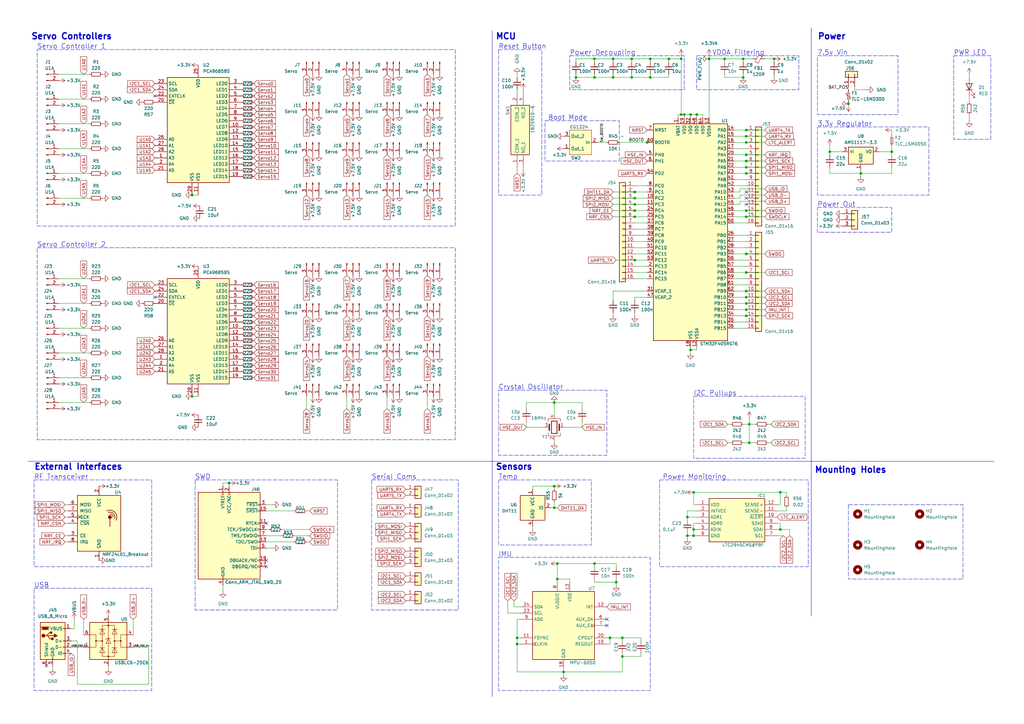
<source format=kicad_sch>
(kicad_sch (version 20230121) (generator eeschema)
  (paper "A3")
  (title_block (title "H.E.X.C.O.R.E v0") (date "2023-11-26"))
  (junction (at 255.27 261.62))
  (junction (at 306.07 71.12))
  (junction (at 228.6 237.49))
  (junction (at 365.76 62.23))
  (junction (at 236.22 31.75))
  (junction (at 243.84 31.75))
  (junction (at 307.34 173.99))
  (junction (at 306.07 119.38))
  (junction (at 284.48 219.71))
  (junction (at 212.09 264.16))
  (junction (at 274.32 24.13))
  (junction (at 306.07 66.04))
  (junction (at 306.07 88.9))
  (junction (at 320.04 201.93))
  (junction (at 227.33 165.1))
  (junction (at 304.8 31.75))
  (junction (at 306.07 121.92))
  (junction (at 260.35 78.74))
  (junction (at 306.07 58.42))
  (junction (at 283.21 46.99))
  (junction (at 281.94 219.71))
  (junction (at 306.07 104.14))
  (junction (at 260.35 106.68))
  (junction (at 290.83 24.13))
  (junction (at 306.07 55.88))
  (junction (at 281.94 212.09))
  (junction (at 259.08 31.75))
  (junction (at 228.6 231.14))
  (junction (at 78.74 162.56))
  (junction (at 227.33 208.28))
  (junction (at 212.09 261.62))
  (junction (at 93.98 198.12))
  (junction (at 279.4 24.13))
  (junction (at 266.7 24.13))
  (junction (at 252.73 238.76))
  (junction (at 306.07 127))
  (junction (at 227.33 199.39))
  (junction (at 280.67 46.99))
  (junction (at 340.36 62.23))
  (junction (at 306.07 129.54))
  (junction (at 260.35 83.82))
  (junction (at 265.43 58.42))
  (junction (at 231.14 275.59))
  (junction (at 306.07 111.76))
  (junction (at 306.07 124.46))
  (junction (at 283.21 143.51))
  (junction (at 306.07 53.34))
  (junction (at 251.46 31.75))
  (junction (at 285.75 46.99))
  (junction (at 250.19 261.62))
  (junction (at 243.84 24.13))
  (junction (at 320.04 217.17))
  (junction (at 317.5 24.13))
  (junction (at 251.46 24.13))
  (junction (at 260.35 86.36))
  (junction (at 259.08 24.13))
  (junction (at 284.48 217.17))
  (junction (at 284.48 201.93))
  (junction (at 306.07 63.5))
  (junction (at 297.18 24.13))
  (junction (at 306.07 86.36))
  (junction (at 78.74 80.01))
  (junction (at 307.34 181.61))
  (junction (at 304.8 24.13))
  (junction (at 353.06 71.12))
  (junction (at 255.27 269.24))
  (junction (at 279.4 46.99))
  (junction (at 243.84 231.14))
  (junction (at 266.7 31.75))
  (junction (at 260.35 88.9))
  (junction (at 260.35 81.28))
  (junction (at 347.98 42.545))
  (junction (at 306.07 68.58))
  (no_connect (at 306.07 83.82))
  (no_connect (at 63.5 121.92))
  (no_connect (at 63.5 39.37))
  (no_connect (at 306.07 81.28))
  (no_connect (at 109.22 232.41))
  (no_connect (at 306.07 78.74))
  (no_connect (at 248.92 256.54))
  (no_connect (at 109.22 229.87))
  (no_connect (at 248.92 254))
  (no_connect (at 109.22 214.63))
  (no_connect (at 19.05 273.05))
  (wire (pts (xy 111.76 207.01) (xy 109.22 207.01)))
  (wire (pts (xy 248.92 264.16) (xy 250.19 264.16)))
  (wire (pts (xy 250.19 261.62) (xy 255.27 261.62)))
  (wire (pts (xy 306.07 99.06) (xy 300.99 99.06)))
  (wire (pts (xy 306.07 68.58) (xy 300.99 68.58)))
  (wire (pts (xy 251.46 78.74) (xy 260.35 78.74)))
  (wire (pts (xy 60.96 280.67) (xy 31.75 280.67)))
  (wire (pts (xy 306.07 101.6) (xy 300.99 101.6)))
  (wire (pts (xy 218.44 199.39) (xy 227.33 199.39)))
  (wire (pts (xy 306.07 119.38) (xy 313.69 119.38)))
  (wire (pts (xy 306.07 132.08) (xy 300.99 132.08)))
  (wire (pts (xy 115.57 217.17) (xy 127 217.17)))
  (wire (pts (xy 297.18 24.13) (xy 297.18 25.4)))
  (wire (pts (xy 365.76 71.12) (xy 353.06 71.12)))
  (wire (pts (xy 284.48 217.17) (xy 284.48 219.71)))
  (wire (pts (xy 260.35 121.92) (xy 260.35 123.19)))
  (wire (pts (xy 214.63 36.83) (xy 214.63 38.1)))
  (wire (pts (xy 236.22 24.13) (xy 243.84 24.13)))
  (wire (pts (xy 285.75 46.99) (xy 285.75 48.26)))
  (wire (pts (xy 223.52 175.26) (xy 215.9 175.26)))
  (wire (pts (xy 120.65 219.71) (xy 127 219.71)))
  (wire (pts (xy 218.44 217.17) (xy 218.44 215.9)))
  (wire (pts (xy 320.04 214.63) (xy 320.04 217.17)))
  (wire (pts (xy 306.07 53.34) (xy 313.69 53.34)))
  (wire (pts (xy 285.75 46.99) (xy 288.29 46.99)))
  (wire (pts (xy 231.14 275.59) (xy 231.14 276.86)))
  (wire (pts (xy 252.73 238.76) (xy 252.73 240.03)))
  (wire (pts (xy 306.07 114.3) (xy 300.99 114.3)))
  (wire (pts (xy 238.76 175.26) (xy 231.14 175.26)))
  (wire (pts (xy 255.27 261.62) (xy 262.89 261.62)))
  (wire (pts (xy 266.7 30.48) (xy 266.7 31.75)))
  (wire (pts (xy 306.07 124.46) (xy 313.69 124.46)))
  (wire (pts (xy 306.07 71.12) (xy 313.69 71.12)))
  (wire (pts (xy 265.43 119.38) (xy 251.46 119.38)))
  (wire (pts (xy 290.83 22.86) (xy 290.83 24.13)))
  (wire (pts (xy 255.27 269.24) (xy 255.27 275.59)))
  (wire (pts (xy 21.59 274.32) (xy 21.59 273.05)))
  (wire (pts (xy 251.46 30.48) (xy 251.46 31.75)))
  (wire (pts (xy 283.21 46.99) (xy 283.21 48.26)))
  (wire (pts (xy 347.98 41.91) (xy 347.98 42.545)))
  (wire (pts (xy 306.07 111.76) (xy 300.99 111.76)))
  (wire (pts (xy 26.67 222.25) (xy 27.94 222.25)))
  (wire (pts (xy 36.83 165.1) (xy 24.13 165.1)))
  (wire (pts (xy 254 58.42) (xy 265.43 58.42)))
  (wire (pts (xy 297.18 31.75) (xy 297.18 30.48)))
  (wire (pts (xy 212.09 261.62) (xy 212.09 264.16)))
  (wire (pts (xy 266.7 24.13) (xy 266.7 25.4)))
  (wire (pts (xy 283.21 142.24) (xy 283.21 143.51)))
  (wire (pts (xy 227.33 199.39) (xy 227.33 200.66)))
  (wire (pts (xy 266.7 24.13) (xy 274.32 24.13)))
  (wire (pts (xy 259.08 31.75) (xy 251.46 31.75)))
  (wire (pts (xy 252.73 231.14) (xy 243.84 231.14)))
  (wire (pts (xy 260.35 109.22) (xy 265.43 109.22)))
  (wire (pts (xy 243.84 24.13) (xy 251.46 24.13)))
  (wire (pts (xy 340.36 59.69) (xy 340.36 62.23)))
  (wire (pts (xy 215.9 165.1) (xy 215.9 167.64)))
  (wire (pts (xy 248.92 261.62) (xy 250.19 261.62)))
  (wire (pts (xy 285.75 214.63) (xy 284.48 214.63)))
  (wire (pts (xy 306.07 109.22) (xy 300.99 109.22)))
  (wire (pts (xy 260.35 101.6) (xy 265.43 101.6)))
  (wire (pts (xy 26.67 209.55) (xy 27.94 209.55)))
  (wire (pts (xy 255.27 275.59) (xy 231.14 275.59)))
  (wire (pts (xy 306.07 121.92) (xy 313.69 121.92)))
  (wire (pts (xy 110.49 217.17) (xy 109.22 217.17)))
  (wire (pts (xy 233.68 237.49) (xy 228.6 237.49)))
  (wire (pts (xy 306.07 66.04) (xy 300.99 66.04)))
  (wire (pts (xy 317.5 30.48) (xy 317.5 31.75)))
  (wire (pts (xy 306.07 58.42) (xy 300.99 58.42)))
  (wire (pts (xy 243.84 231.14) (xy 228.6 231.14)))
  (wire (pts (xy 251.46 86.36) (xy 260.35 86.36)))
  (wire (pts (xy 290.83 24.13) (xy 297.18 24.13)))
  (wire (pts (xy 279.4 24.13) (xy 279.4 46.99)))
  (wire (pts (xy 251.46 31.75) (xy 243.84 31.75)))
  (wire (pts (xy 317.5 24.13) (xy 317.5 25.4)))
  (wire (pts (xy 350.52 36.83) (xy 355.6 36.83)))
  (wire (pts (xy 238.76 165.1) (xy 227.33 165.1)))
  (wire (pts (xy 212.09 264.16) (xy 212.09 275.59)))
  (wire (pts (xy 306.07 134.62) (xy 300.99 134.62)))
  (wire (pts (xy 36.83 134.62) (xy 24.13 134.62)))
  (wire (pts (xy 288.29 46.99) (xy 288.29 48.26)))
  (wire (pts (xy 313.69 24.13) (xy 317.5 24.13)))
  (wire (pts (xy 274.32 24.13) (xy 279.4 24.13)))
  (wire (pts (xy 347.98 42.545) (xy 347.98 43.18)))
  (wire (pts (xy 251.46 24.13) (xy 251.46 25.4)))
  (wire (pts (xy 303.53 78.74) (xy 303.53 77.47)))
  (wire (pts (xy 26.67 219.71) (xy 27.94 219.71)))
  (wire (pts (xy 322.58 201.93) (xy 322.58 203.2)))
  (wire (pts (xy 36.83 50.8) (xy 24.13 50.8)))
  (wire (pts (xy 238.76 172.72) (xy 238.76 175.26)))
  (wire (pts (xy 233.68 238.76) (xy 233.68 237.49)))
  (wire (pts (xy 109.22 219.71) (xy 115.57 219.71)))
  (wire (pts (xy 125.73 222.25) (xy 127 222.25)))
  (wire (pts (xy 304.8 30.48) (xy 304.8 31.75)))
  (wire (pts (xy 284.48 214.63) (xy 284.48 217.17)))
  (wire (pts (xy 340.36 62.23) (xy 345.44 62.23)))
  (wire (pts (xy 236.22 25.4) (xy 236.22 24.13)))
  (wire (pts (xy 307.34 171.45) (xy 307.34 173.99)))
  (wire (pts (xy 260.35 91.44) (xy 265.43 91.44)))
  (wire (pts (xy 306.07 96.52) (xy 300.99 96.52)))
  (wire (pts (xy 397.51 39.37) (xy 397.51 41.91)))
  (wire (pts (xy 298.45 173.99) (xy 299.72 173.99)))
  (wire (pts (xy 34.29 254) (xy 34.29 260.35)))
  (wire (pts (xy 266.7 31.75) (xy 259.08 31.75)))
  (wire (pts (xy 175.26 162.56) (xy 175.26 167.64)))
  (wire (pts (xy 228.6 231.14) (xy 228.6 237.49)))
  (wire (pts (xy 36.83 71.12) (xy 24.13 71.12)))
  (wire (pts (xy 227.33 181.61) (xy 227.33 180.34)))
  (wire (pts (xy 208.28 251.46) (xy 213.36 251.46)))
  (wire (pts (xy 284.48 207.01) (xy 285.75 207.01)))
  (wire (pts (xy 158.75 162.56) (xy 158.75 167.64)))
  (wire (pts (xy 251.46 128.27) (xy 251.46 129.54)))
  (wire (pts (xy 318.77 219.71) (xy 321.31 219.71)))
  (wire (pts (xy 260.35 76.2) (xy 265.43 76.2)))
  (wire (pts (xy 306.07 63.5) (xy 300.99 63.5)))
  (wire (pts (xy 210.82 246.38) (xy 210.82 248.92)))
  (wire (pts (xy 306.07 88.9) (xy 313.69 88.9)))
  (wire (pts (xy 306.07 116.84) (xy 300.99 116.84)))
  (wire (pts (xy 306.07 73.66) (xy 300.99 73.66)))
  (wire (pts (xy 353.06 72.39) (xy 353.06 71.12)))
  (wire (pts (xy 31.75 262.89) (xy 29.21 262.89)))
  (wire (pts (xy 36.83 30.48) (xy 24.13 30.48)))
  (wire (pts (xy 279.4 22.86) (xy 279.4 24.13)))
  (wire (pts (xy 266.7 58.42) (xy 265.43 58.42)))
  (wire (pts (xy 303.53 80.01) (xy 303.53 81.28)))
  (wire (pts (xy 231.14 275.59) (xy 231.14 274.32)))
  (wire (pts (xy 306.07 104.14) (xy 313.69 104.14)))
  (wire (pts (xy 36.83 114.3) (xy 24.13 114.3)))
  (wire (pts (xy 280.67 46.99) (xy 279.4 46.99)))
  (wire (pts (xy 212.09 71.12) (xy 212.09 68.58)))
  (wire (pts (xy 306.07 86.36) (xy 313.69 86.36)))
  (wire (pts (xy 318.77 209.55) (xy 322.58 209.55)))
  (wire (pts (xy 218.44 199.39) (xy 218.44 200.66)))
  (wire (pts (xy 304.8 24.13) (xy 308.61 24.13)))
  (wire (pts (xy 320.04 201.93) (xy 322.58 201.93)))
  (wire (pts (xy 306.07 111.76) (xy 313.69 111.76)))
  (wire (pts (xy 125.73 162.56) (xy 125.73 167.64)))
  (wire (pts (xy 365.76 68.58) (xy 365.76 71.12)))
  (polyline (pts (xy 332.74 11.43) (xy 332.74 187.96)) (stroke (width 0) (type solid)))
  (wire (pts (xy 304.8 181.61) (xy 307.34 181.61)))
  (wire (pts (xy 212.09 261.62) (xy 213.36 261.62)))
  (wire (pts (xy 306.07 55.88) (xy 300.99 55.88)))
  (wire (pts (xy 30.48 257.81) (xy 29.21 257.81)))
  (wire (pts (xy 213.36 254) (xy 212.09 254)))
  (wire (pts (xy 109.22 222.25) (xy 120.65 222.25)))
  (wire (pts (xy 322.58 209.55) (xy 322.58 208.28)))
  (wire (pts (xy 265.43 121.92) (xy 260.35 121.92)))
  (wire (pts (xy 281.94 212.09) (xy 285.75 212.09)))
  (wire (pts (xy 303.53 82.55) (xy 313.69 82.55)))
  (wire (pts (xy 306.07 104.14) (xy 300.99 104.14)))
  (wire (pts (xy 306.07 71.12) (xy 300.99 71.12)))
  (wire (pts (xy 36.83 40.64) (xy 24.13 40.64)))
  (wire (pts (xy 306.07 121.92) (xy 300.99 121.92)))
  (wire (pts (xy 285.75 143.51) (xy 285.75 142.24)))
  (wire (pts (xy 307.34 173.99) (xy 309.88 173.99)))
  (wire (pts (xy 320.04 207.01) (xy 318.77 207.01)))
  (wire (pts (xy 91.44 240.03) (xy 91.44 242.57)))
  (wire (pts (xy 259.08 30.48) (xy 259.08 31.75)))
  (wire (pts (xy 313.69 80.01) (xy 303.53 80.01)))
  (polyline (pts (xy 201.93 189.23) (xy 201.93 285.75)) (stroke (width 0) (type solid)))
  (wire (pts (xy 284.48 201.93) (xy 320.04 201.93)))
  (wire (pts (xy 340.36 62.23) (xy 340.36 63.5)))
  (wire (pts (xy 306.07 68.58) (xy 313.69 68.58)))
  (wire (pts (xy 60.96 265.43) (xy 54.61 265.43)))
  (wire (pts (xy 284.48 201.93) (xy 284.48 207.01)))
  (wire (pts (xy 260.35 83.82) (xy 265.43 83.82)))
  (wire (pts (xy 245.11 58.42) (xy 248.92 58.42)))
  (wire (pts (xy 243.84 231.14) (xy 243.84 232.41)))
  (wire (pts (xy 307.34 181.61) (xy 307.34 173.99)))
  (wire (pts (xy 26.67 214.63) (xy 27.94 214.63)))
  (wire (pts (xy 347.98 35.56) (xy 347.98 36.83)))
  (wire (pts (xy 262.89 269.24) (xy 255.27 269.24)))
  (wire (pts (xy 251.46 81.28) (xy 260.35 81.28)))
  (wire (pts (xy 306.07 63.5) (xy 313.69 63.5)))
  (wire (pts (xy 44.45 274.32) (xy 44.45 273.05)))
  (wire (pts (xy 260.35 93.98) (xy 265.43 93.98)))
  (wire (pts (xy 26.67 207.01) (xy 27.94 207.01)))
  (wire (pts (xy 306.07 60.96) (xy 300.99 60.96)))
  (wire (pts (xy 314.96 173.99) (xy 316.23 173.99)))
  (wire (pts (xy 274.32 31.75) (xy 266.7 31.75)))
  (wire (pts (xy 36.83 154.94) (xy 24.13 154.94)))
  (wire (pts (xy 228.6 208.28) (xy 227.33 208.28)))
  (wire (pts (xy 285.75 46.99) (xy 283.21 46.99)))
  (wire (pts (xy 283.21 143.51) (xy 285.75 143.51)))
  (wire (pts (xy 281.94 213.36) (xy 281.94 212.09)))
  (wire (pts (xy 320.04 217.17) (xy 323.85 217.17)))
  (wire (pts (xy 260.35 86.36) (xy 265.43 86.36)))
  (wire (pts (xy 259.08 24.13) (xy 266.7 24.13)))
  (wire (pts (xy 274.32 24.13) (xy 274.32 25.4)))
  (wire (pts (xy 260.35 114.3) (xy 265.43 114.3)))
  (wire (pts (xy 260.35 111.76) (xy 265.43 111.76)))
  (wire (pts (xy 304.8 173.99) (xy 307.34 173.99)))
  (wire (pts (xy 306.07 76.2) (xy 300.99 76.2)))
  (wire (pts (xy 281.94 209.55) (xy 281.94 212.09)))
  (wire (pts (xy 251.46 24.13) (xy 259.08 24.13)))
  (wire (pts (xy 212.09 275.59) (xy 231.14 275.59)))
  (wire (pts (xy 36.83 81.28) (xy 24.13 81.28)))
  (wire (pts (xy 91.44 198.12) (xy 91.44 199.39)))
  (wire (pts (xy 303.53 83.82) (xy 303.53 82.55)))
  (polyline (pts (xy 201.93 189.23) (xy 407.67 189.23)) (stroke (width 0) (type solid)))
  (wire (pts (xy 78.74 80.01) (xy 81.28 80.01)))
  (wire (pts (xy 297.18 24.13) (xy 304.8 24.13)))
  (polyline (pts (xy 11.43 189.23) (xy 201.93 189.23)) (stroke (width 0) (type solid)))
  (wire (pts (xy 262.89 261.62) (xy 262.89 262.89)))
  (wire (pts (xy 306.07 129.54) (xy 313.69 129.54)))
  (wire (pts (xy 283.21 46.99) (xy 280.67 46.99)))
  (wire (pts (xy 252.73 106.68) (xy 260.35 106.68)))
  (wire (pts (xy 227.33 170.18) (xy 227.33 165.1)))
  (wire (pts (xy 36.83 60.96) (xy 24.13 60.96)))
  (wire (pts (xy 278.13 46.99) (xy 278.13 48.26)))
  (wire (pts (xy 210.82 248.92) (xy 213.36 248.92)))
  (polyline (pts (xy 332.74 187.96) (xy 332.74 252.73)))
  (wire (pts (xy 91.44 198.12) (xy 93.98 198.12)))
  (wire (pts (xy 31.75 280.67) (xy 31.75 262.89)))
  (wire (pts (xy 260.35 128.27) (xy 260.35 129.54)))
  (wire (pts (xy 78.74 162.56) (xy 81.28 162.56)))
  (wire (pts (xy 360.68 62.23) (xy 365.76 62.23)))
  (wire (pts (xy 252.73 232.41) (xy 252.73 231.14)))
  (wire (pts (xy 36.83 124.46) (xy 24.13 124.46)))
  (wire (pts (xy 279.4 46.99) (xy 278.13 46.99)))
  (wire (pts (xy 303.53 78.74) (xy 300.99 78.74)))
  (wire (pts (xy 250.19 264.16) (xy 250.19 261.62)))
  (wire (pts (xy 142.24 162.56) (xy 142.24 167.64)))
  (wire (pts (xy 304.8 31.75) (xy 297.18 31.75)))
  (wire (pts (xy 60.96 265.43) (xy 60.96 280.67)))
  (wire (pts (xy 227.33 208.28) (xy 226.06 208.28)))
  (wire (pts (xy 208.28 246.38) (xy 208.28 251.46)))
  (wire (pts (xy 243.84 237.49) (xy 243.84 238.76)))
  (wire (pts (xy 243.84 24.13) (xy 243.84 25.4)))
  (wire (pts (xy 306.07 53.34) (xy 300.99 53.34)))
  (wire (pts (xy 306.07 91.44) (xy 300.99 91.44)))
  (wire (pts (xy 36.83 144.78) (xy 24.13 144.78)))
  (wire (pts (xy 306.07 119.38) (xy 300.99 119.38)))
  (wire (pts (xy 306.07 55.88) (xy 313.69 55.88)))
  (wire (pts (xy 323.85 217.17) (xy 323.85 219.71)))
  (wire (pts (xy 285.75 209.55) (xy 281.94 209.55)))
  (wire (pts (xy 365.76 53.34) (xy 365.76 55.245)))
  (wire (pts (xy 212.09 36.83) (xy 212.09 38.1)))
  (wire (pts (xy 260.35 96.52) (xy 265.43 96.52)))
  (wire (pts (xy 260.35 104.14) (xy 265.43 104.14)))
  (wire (pts (xy 284.48 217.17) (xy 285.75 217.17)))
  (wire (pts (xy 353.06 71.12) (xy 353.06 69.85)))
  (wire (pts (xy 262.89 267.97) (xy 262.89 269.24)))
  (wire (pts (xy 214.63 69.85) (xy 214.63 68.58)))
  (wire (pts (xy 255.27 261.62) (xy 255.27 262.89)))
  (wire (pts (xy 252.73 238.76) (xy 252.73 237.49)))
  (wire (pts (xy 238.76 167.64) (xy 238.76 165.1)))
  (wire (pts (xy 260.35 106.68) (xy 265.43 106.68)))
  (wire (pts (xy 303.53 77.47) (xy 313.69 77.47)))
  (wire (pts (xy 251.46 83.82) (xy 260.35 83.82)))
  (wire (pts (xy 215.9 175.26) (xy 215.9 172.72)))
  (wire (pts (xy 236.22 31.75) (xy 236.22 30.48)))
  (wire (pts (xy 290.83 24.13) (xy 290.83 48.26)))
  (wire (pts (xy 260.35 99.06) (xy 265.43 99.06)))
  (wire (pts (xy 306.07 86.36) (xy 300.99 86.36)))
  (wire (pts (xy 320.04 217.17) (xy 318.77 217.17)))
  (wire (pts (xy 314.96 181.61) (xy 316.23 181.61)))
  (wire (pts (xy 397.51 46.99) (xy 397.51 49.53)))
  (wire (pts (xy 212.09 254) (xy 212.09 261.62)))
  (wire (pts (xy 243.84 238.76) (xy 252.73 238.76)))
  (wire (pts (xy 26.67 212.09) (xy 27.94 212.09)))
  (wire (pts (xy 283.21 143.51) (xy 283.21 144.78)))
  (wire (pts (xy 306.07 124.46) (xy 300.99 124.46)))
  (wire (pts (xy 260.35 78.74) (xy 265.43 78.74)))
  (wire (pts (xy 127 209.55) (xy 125.73 209.55)))
  (wire (pts (xy 318.77 214.63) (xy 320.04 214.63)))
  (wire (pts (xy 259.08 24.13) (xy 259.08 25.4)))
  (wire (pts (xy 285.75 219.71) (xy 284.48 219.71)))
  (wire (pts (xy 298.45 181.61) (xy 299.72 181.61)))
  (wire (pts (xy 274.32 30.48) (xy 274.32 31.75)))
  (wire (pts (xy 306.07 88.9) (xy 300.99 88.9)))
  (wire (pts (xy 320.04 201.93) (xy 320.04 207.01)))
  (wire (pts (xy 306.07 66.04) (xy 313.69 66.04)))
  (wire (pts (xy 306.07 58.42) (xy 313.69 58.42)))
  (wire (pts (xy 212.09 264.16) (xy 213.36 264.16)))
  (wire (pts (xy 120.65 209.55) (xy 109.22 209.55)))
  (wire (pts (xy 306.07 127) (xy 313.69 127)))
  (wire (pts (xy 243.84 30.48) (xy 243.84 31.75)))
  (wire (pts (xy 350.52 36.83) (xy 350.52 35.56)))
  (wire (pts (xy 306.07 129.54) (xy 300.99 129.54)))
  (wire (pts (xy 280.67 46.99) (xy 280.67 48.26)))
  (wire (pts (xy 260.35 88.9) (xy 265.43 88.9)))
  (wire (pts (xy 397.51 31.75) (xy 397.51 30.48)))
  (wire (pts (xy 303.53 83.82) (xy 300.99 83.82)))
  (wire (pts (xy 309.88 181.61) (xy 307.34 181.61)))
  (wire (pts (xy 340.36 71.12) (xy 353.06 71.12)))
  (wire (pts (xy 303.53 81.28) (xy 300.99 81.28)))
  (wire (pts (xy 340.36 68.58) (xy 340.36 71.12)))
  (wire (pts (xy 251.46 119.38) (xy 251.46 123.19)))
  (wire (pts (xy 306.07 106.68) (xy 300.99 106.68)))
  (wire (pts (xy 228.6 237.49) (xy 228.6 238.76)))
  (wire (pts (xy 212.09 30.48) (xy 212.09 31.75)))
  (wire (pts (xy 281.94 219.71) (xy 281.94 220.98)))
  (wire (pts (xy 365.76 60.325) (xy 365.76 62.23)))
  (wire (pts (xy 54.61 254) (xy 54.61 260.35)))
  (wire (pts (xy 251.46 88.9) (xy 260.35 88.9)))
  (wire (pts (xy 227.33 165.1) (xy 215.9 165.1)))
  (polyline (pts (xy 201.93 12.7) (xy 201.93 189.23)) (stroke (width 0) (type solid)))
  (wire (pts (xy 255.27 269.24) (xy 255.27 267.97)))
  (wire (pts (xy 281.94 219.71) (xy 281.94 218.44)))
  (wire (pts (xy 304.8 24.13) (xy 304.8 25.4)))
  (wire (pts (xy 365.76 62.23) (xy 365.76 63.5)))
  (wire (pts (xy 29.21 265.43) (xy 34.29 265.43)))
  (wire (pts (xy 306.07 127) (xy 300.99 127)))
  (wire (pts (xy 227.33 205.74) (xy 227.33 208.28)))
  (wire (pts (xy 93.98 198.12) (xy 93.98 199.39)))
  (wire (pts (xy 260.35 81.28) (xy 265.43 81.28)))
  (wire (pts (xy 109.22 224.79) (xy 111.76 224.79)))
  (wire (pts (xy 30.48 257.81) (xy 30.48 254)))
  (wire (pts (xy 284.48 219.71) (xy 281.94 219.71)))
  (wire (pts (xy 243.84 31.75) (xy 236.22 31.75)))
  (rectangle (start 80.01 196.85) (end 138.43 250.19) (stroke (width 0) (type dash)))
  (rectangle (start 391.16 22.86) (end 406.4 57.15) (stroke (width 0) (type dash)))
  (rectangle (start 335.28 22.86) (end 368.3 46.99) (stroke (width 0) (type dash)))
  (rectangle (start 204.47 20.32) (end 222.25 80.01) (stroke (width 0) (type dash)))
  (rectangle (start 15.24 20.32) (end 186.69 92.71) (stroke (width 0) (type dash)))
  (rectangle (start 335.28 52.07) (end 381 80.01) (stroke (width 0) (type dash)))
  (rectangle (start 204.47 228.6) (end 266.7 283.21) (stroke (width 0) (type dash)))
  (rectangle (start 284.48 162.56) (end 330.2 187.96) (stroke (width 0) (type dash)))
  (rectangle (start 152.4 196.85) (end 187.96 250.19) (stroke (width 0) (type dash)))
  (rectangle (start 270.51 196.85) (end 331.47 232.41) (stroke (width 0) (type dash)))
  (rectangle (start 285.75 22.86) (end 327.66 36.83) (stroke (width 0) (type dash)))
  (rectangle (start 13.97 241.3) (end 62.23 283.21) (stroke (width 0) (type dash)))
  (rectangle (start 204.47 196.85) (end 242.57 223.52) (stroke (width 0) (type dash)))
  (rectangle (start 233.68 22.86) (end 280.67 36.83) (stroke (width 0) (type dash)))
  (rectangle (start 335.28 85.09) (end 365.76 95.25) (stroke (width 0) (type dash)))
  (rectangle (start 13.97 196.85) (end 62.23 232.41) (stroke (width 0) (type dash)))
  (rectangle (start 347.98 207.01) (end 394.97 237.49) (stroke (width 0) (type dash)))
  (rectangle (start 223.52 49.53) (end 254 66.04) (stroke (width 0) (type dash)))
  (rectangle (start 15.24 101.6) (end 186.69 180.34) (stroke (width 0) (type dash)))
  (rectangle (start 204.47 160.02) (end 248.92 186.69) (stroke (width 0) (type dash)))
  (text "Power Out" (at 335.28 85.09 0) (effects (font (size 2 2)) (justify left bottom)))
  (text "Reset Button" (at 204.47 20.32 0) (effects (font (size 2 2)) (justify left bottom)))
  (text "Boot Mode" (at 224.79 49.53 0) (effects (font (size 2 2)) (justify left bottom)))
  (text "SWD" (at 80.01 196.85 0) (effects (font (size 2 2)) (justify left bottom)))
  (text "RF Transceiver" (at 13.97 196.85 0) (effects (font (size 2 2)) (justify left bottom)))
  (text "I2C Pullups" (at 284.48 162.56 0) (effects (font (size 2 2)) (justify left bottom)))
  (text "Power Monitoring" (at 271.78 196.85 0) (effects (font (size 2 2)) (justify left bottom)))
  (text "Crystal Oscillator" (at 204.47 160.02 0) (effects (font (size 2 2)) (justify left bottom)))
  (text "Sensors" (at 203.2 193.04 0) (effects (font (size 2.5 2.5) (thickness 0.5) bold) (justify left bottom)))
  (text "USB" (at 13.97 241.3 0) (effects (font (size 2 2)) (justify left bottom)))
  (text "3.3v Regulator" (at 335.28 52.07 0) (effects (font (size 2 2)) (justify left bottom)))
  (text "Servo Controllers" (at 12.7 16.51 0) (effects (font (size 2.5 2.5) (thickness 0.5) bold) (justify left bottom)))
  (text "PWR LED" (at 391.16 22.86 0) (effects (font (size 2 2)) (justify left bottom)))
  (text "Temp" (at 204.47 196.85 0) (effects (font (size 2 2)) (justify left bottom)))
  (text "VDDA Filtering" (at 292.1 22.86 0) (effects (font (size 2 2)) (justify left bottom)))
  (text "Servo Controller 1" (at 15.24 20.32 0) (effects (font (size 2 2)) (justify left bottom)))
  (text "Power Decoupling" (at 233.68 22.86 0) (effects (font (size 2 2)) (justify left bottom)))
  (text "Serial Coms" (at 152.4 196.85 0) (effects (font (size 2 2)) (justify left bottom)))
  (text "External Interfaces" (at 13.97 193.04 0) (effects (font (size 2.5 2.5) (thickness 0.5) bold) (justify left bottom)))
  (text "7.5v Vin" (at 335.28 22.86 0) (effects (font (size 2 2)) (justify left bottom)))
  (text "Mounting Holes" (at 334.01 194.31 0) (effects (font (size 2.5 2.5) (thickness 0.5) bold) (justify left bottom)))
  (text "Power" (at 335.28 16.51 0) (effects (font (size 2.5 2.5) (thickness 0.5) bold) (justify left bottom)))
  (text "MCU" (at 203.2 16.51 0) (effects (font (size 2.5 2.5) (thickness 0.5) bold) (justify left bottom)))
  (text "Servo Controller 2" (at 15.24 101.6 0) (effects (font (size 2 2)) (justify left bottom)))
  (text "IMU" (at 204.47 228.6 0) (effects (font (size 2 2)) (justify left bottom)))
  (label "BOOT0" (at 257.81 58.42 0))
  (label "USB_ESD_D-" (at 29.21 265.43 0) (effects (font (size 0.7 0.7))))
  (label "USB_ESD_D+" (at 54.61 265.43 0) (effects (font (size 0.7 0.7))))
  (label "SW_BOOT0" (at 247.65 58.42 90) (effects (font (size 1 1))))
  (label "BAT_POS" (at 347.98 36.83 180))
  (global_label "U2A4" (shape input) (at 34.29 154.94 90) (property "Intersheetrefs" "${INTERSHEET_REFS}" (effects hide)))
  (global_label "I2C1_SDA" (shape input) (at 313.69 119.38 0) (property "Intersheetrefs" "${INTERSHEET_REFS}" (effects hide)))
  (global_label "UART5_RX" (shape input) (at 166.37 200.66 180) (property "Intersheetrefs" "${INTERSHEET_REFS}" (effects hide)))
  (global_label "SPI1_MISO" (shape input) (at 26.67 209.55 180) (property "Intersheetrefs" "${INTERSHEET_REFS}" (effects hide)))
  (global_label "Servo6" (shape input) (at 158.75 46.99 270) (property "Intersheetrefs" "${INTERSHEET_REFS}" (effects hide)))
  (global_label "SWDO" (shape input) (at 127 222.25 0) (property "Intersheetrefs" "${INTERSHEET_REFS}" (effects hide)))
  (global_label "Servo19" (shape input) (at 175.26 113.03 270) (property "Intersheetrefs" "${INTERSHEET_REFS}" (effects hide)))
  (global_label "U2A1" (shape input) (at 34.29 124.46 90) (property "Intersheetrefs" "${INTERSHEET_REFS}" (effects hide)))
  (global_label "SWDIO" (shape input) (at 127 219.71 0) (property "Intersheetrefs" "${INTERSHEET_REFS}" (effects hide)))
  (global_label "SPI1_MOSI" (shape input) (at 26.67 207.01 180) (property "Intersheetrefs" "${INTERSHEET_REFS}" (effects hide)))
  (global_label "SPI2_MISO" (shape input) (at 166.37 226.06 180) (property "Intersheetrefs" "${INTERSHEET_REFS}" (effects hide)))
  (global_label "I2C1_SCL" (shape input) (at 63.5 116.84 180) (property "Intersheetrefs" "${INTERSHEET_REFS}" (effects hide)))
  (global_label "UART4_RX" (shape input) (at 166.37 208.28 180) (property "Intersheetrefs" "${INTERSHEET_REFS}" (effects hide)))
  (global_label "U2A0" (shape input) (at 63.5 139.7 180) (property "Intersheetrefs" "${INTERSHEET_REFS}" (effects hide)))
  (global_label "I2C2_SDA" (shape input) (at 316.23 173.99 0) (property "Intersheetrefs" "${INTERSHEET_REFS}" (effects hide)))
  (global_label "HSE_OUT" (shape input) (at 215.9 175.26 180) (property "Intersheetrefs" "${INTERSHEET_REFS}" (effects hide)))
  (global_label "Servo25" (shape input) (at 142.24 146.05 270) (property "Intersheetrefs" "${INTERSHEET_REFS}" (effects hide)))
  (global_label "IMU_INT" (shape input) (at 248.92 248.92 0) (property "Intersheetrefs" "${INTERSHEET_REFS}" (effects hide)))
  (global_label "USB_D+" (shape input) (at 313.69 82.55 0) (property "Intersheetrefs" "${INTERSHEET_REFS}" (effects hide)))
  (global_label "U2A5" (shape input) (at 34.29 165.1 90) (property "Intersheetrefs" "${INTERSHEET_REFS}" (effects hide)))
  (global_label "Servo1" (shape input) (at 142.24 30.48 270) (property "Intersheetrefs" "${INTERSHEET_REFS}" (effects hide)))
  (global_label "HSE_IN" (shape input) (at 265.43 63.5 180) (property "Intersheetrefs" "${INTERSHEET_REFS}" (effects hide)))
  (global_label "Servo14" (shape input) (at 104.14 69.85 0) (property "Intersheetrefs" "${INTERSHEET_REFS}" (effects hide)))
  (global_label "Servo18" (shape input) (at 158.75 113.03 270) (property "Intersheetrefs" "${INTERSHEET_REFS}" (effects hide)))
  (global_label "U1A3" (shape input) (at 63.5 64.77 180) (property "Intersheetrefs" "${INTERSHEET_REFS}" (effects hide)))
  (global_label "Servo27" (shape input) (at 175.26 146.05 270) (property "Intersheetrefs" "${INTERSHEET_REFS}" (effects hide)))
  (global_label "Servo18" (shape input) (at 104.14 121.92 0) (property "Intersheetrefs" "${INTERSHEET_REFS}" (effects hide)))
  (global_label "NRF_CE" (shape input) (at 251.46 86.36 180) (property "Intersheetrefs" "${INTERSHEET_REFS}" (effects hide)))
  (global_label "I2C1_SDA" (shape input) (at 63.5 119.38 180) (property "Intersheetrefs" "${INTERSHEET_REFS}" (effects hide)))
  (global_label "U1A3" (shape input) (at 34.29 60.96 90) (property "Intersheetrefs" "${INTERSHEET_REFS}" (effects hide)))
  (global_label "SPI2_MOSI" (shape input) (at 166.37 228.6 180) (property "Intersheetrefs" "${INTERSHEET_REFS}" (effects hide)))
  (global_label "U2A4" (shape input) (at 63.5 149.86 180) (property "Intersheetrefs" "${INTERSHEET_REFS}" (effects hide)))
  (global_label "Servo8" (shape input) (at 125.73 63.5 270) (property "Intersheetrefs" "${INTERSHEET_REFS}" (effects hide)))
  (global_label "Servo24" (shape input) (at 125.73 146.05 270) (property "Intersheetrefs" "${INTERSHEET_REFS}" (effects hide)))
  (global_label "U2A2" (shape input) (at 63.5 144.78 180) (property "Intersheetrefs" "${INTERSHEET_REFS}" (effects hide)))
  (global_label "NRF_CSN" (shape input) (at 251.46 88.9 180) (property "Intersheetrefs" "${INTERSHEET_REFS}" (effects hide)))
  (global_label "U1A1" (shape input) (at 63.5 59.69 180) (property "Intersheetrefs" "${INTERSHEET_REFS}" (effects hide)))
  (global_label "Servo17" (shape input) (at 104.14 119.38 0) (property "Intersheetrefs" "${INTERSHEET_REFS}" (effects hide)))
  (global_label "NRST" (shape input) (at 212.09 71.12 270) (property "Intersheetrefs" "${INTERSHEET_REFS}" (effects hide)))
  (global_label "Servo28" (shape input) (at 125.73 167.64 270) (property "Intersheetrefs" "${INTERSHEET_REFS}" (effects hide)))
  (global_label "SPI1_MISO" (shape input) (at 313.69 68.58 0) (property "Intersheetrefs" "${INTERSHEET_REFS}" (effects hide)))
  (global_label "U1A2" (shape input) (at 34.29 50.8 90) (property "Intersheetrefs" "${INTERSHEET_REFS}" (effects hide)))
  (global_label "Servo12" (shape input) (at 104.14 64.77 0) (property "Intersheetrefs" "${INTERSHEET_REFS}" (effects hide)))
  (global_label "Servo3" (shape input) (at 175.26 30.48 270) (property "Intersheetrefs" "${INTERSHEET_REFS}" (effects hide)))
  (global_label "Servo27" (shape input) (at 104.14 144.78 0) (property "Intersheetrefs" "${INTERSHEET_REFS}" (effects hide)))
  (global_label "I2C2_SDA" (shape input) (at 210.82 246.38 90) (property "Intersheetrefs" "${INTERSHEET_REFS}" (effects hide)))
  (global_label "NRST" (shape input) (at 127 209.55 0) (property "Intersheetrefs" "${INTERSHEET_REFS}" (effects hide)))
  (global_label "Servo21" (shape input) (at 104.14 129.54 0) (property "Intersheetrefs" "${INTERSHEET_REFS}" (effects hide)))
  (global_label "UART4_TX" (shape input) (at 166.37 210.82 180) (property "Intersheetrefs" "${INTERSHEET_REFS}" (effects hide)))
  (global_label "I2C2_SCL" (shape input) (at 166.37 243.84 180) (property "Intersheetrefs" "${INTERSHEET_REFS}" (effects hide)))
  (global_label "USB_D-" (shape input) (at 34.29 254 90) (property "Intersheetrefs" "${INTERSHEET_REFS}" (effects hide)))
  (global_label "Servo30" (shape input) (at 104.14 152.4 0) (property "Intersheetrefs" "${INTERSHEET_REFS}" (effects hide)))
  (global_label "U1A0" (shape input) (at 34.29 30.48 90) (property "Intersheetrefs" "${INTERSHEET_REFS}" (effects hide)))
  (global_label "Servo16" (shape input) (at 125.73 113.03 270) (property "Intersheetrefs" "${INTERSHEET_REFS}" (effects hide)))
  (global_label "U2A3" (shape input) (at 34.29 144.78 90) (property "Intersheetrefs" "${INTERSHEET_REFS}" (effects hide)))
  (global_label "Servo22" (shape input) (at 104.14 132.08 0) (property "Intersheetrefs" "${INTERSHEET_REFS}" (effects hide)))
  (global_label "Servo28" (shape input) (at 104.14 147.32 0) (property "Intersheetrefs" "${INTERSHEET_REFS}" (effects hide)))
  (global_label "I2C2_SCL" (shape input) (at 208.28 246.38 90) (property "Intersheetrefs" "${INTERSHEET_REFS}" (effects hide)))
  (global_label "I2C2_SDA" (shape input) (at 313.69 124.46 0) (property "Intersheetrefs" "${INTERSHEET_REFS}" (effects hide)))
  (global_label "Servo0" (shape input) (at 104.14 34.29 0) (property "Intersheetrefs" "${INTERSHEET_REFS}" (effects hide)))
  (global_label "NRF_CE" (shape input) (at 26.67 219.71 180) (property "Intersheetrefs" "${INTERSHEET_REFS}" (effects hide)))
  (global_label "Servo0" (shape input) (at 125.73 30.48 270) (property "Intersheetrefs" "${INTERSHEET_REFS}" (effects hide)))
  (global_label "I2C2_SCL" (shape input) (at 321.31 219.71 270) (property "Intersheetrefs" "${INTERSHEET_REFS}" (effects hide)))
  (global_label "U2A0" (shape input) (at 34.29 114.3 90) (property "Intersheetrefs" "${INTERSHEET_REFS}" (effects hide)))
  (global_label "Servo13" (shape input) (at 142.24 80.01 270) (property "Intersheetrefs" "${INTERSHEET_REFS}" (effects hide)))
  (global_label "U1A5" (shape input) (at 34.29 81.28 90) (property "Intersheetrefs" "${INTERSHEET_REFS}" (effects hide)))
  (global_label "Servo6" (shape input) (at 104.14 49.53 0) (property "Intersheetrefs" "${INTERSHEET_REFS}" (effects hide)))
  (global_label "U2A1" (shape input) (at 63.5 142.24 180) (property "Intersheetrefs" "${INTERSHEET_REFS}" (effects hide)))
  (global_label "UART4_RX" (shape input) (at 313.69 55.88 0) (property "Intersheetrefs" "${INTERSHEET_REFS}" (effects hide)))
  (global_label "Servo22" (shape input) (at 158.75 129.54 270) (property "Intersheetrefs" "${INTERSHEET_REFS}" (effects hide)))
  (global_label "Servo31" (shape input) (at 104.14 154.94 0) (property "Intersheetrefs" "${INTERSHEET_REFS}" (effects hide)))
  (global_label "I2C1_SCL" (shape input) (at 63.5 34.29 180) (property "Intersheetrefs" "${INTERSHEET_REFS}" (effects hide)))
  (global_label "NRST" (shape input) (at 265.43 53.34 180) (property "Intersheetrefs" "${INTERSHEET_REFS}" (effects hide)))
  (global_label "Servo29" (shape input) (at 104.14 149.86 0) (property "Intersheetrefs" "${INTERSHEET_REFS}" (effects hide)))
  (global_label "SPI2_MOSI" (shape input) (at 251.46 83.82 180) (property "Intersheetrefs" "${INTERSHEET_REFS}" (effects hide)))
  (global_label "SWDCLK" (shape input) (at 313.69 88.9 0) (property "Intersheetrefs" "${INTERSHEET_REFS}" (effects hide)))
  (global_label "I2C1_SDA" (shape input) (at 63.5 36.83 180) (property "Intersheetrefs" "${INTERSHEET_REFS}" (effects hide)))
  (global_label "LTC_ALERT" (shape input) (at 318.77 212.09 0) (property "Intersheetrefs" "${INTERSHEET_REFS}" (effects hide)))
  (global_label "I2C1_SCL" (shape input) (at 313.69 111.76 0) (property "Intersheetrefs" "${INTERSHEET_REFS}" (effects hide)))
  (global_label "Servo14" (shape input) (at 158.75 80.01 270) (property "Intersheetrefs" "${INTERSHEET_REFS}" (effects hide)))
  (global_label "Servo20" (shape input) (at 104.14 127 0) (property "Intersheetrefs" "${INTERSHEET_REFS}" (effects hide)))
  (global_label "Servo15" (shape input) (at 175.26 80.01 270) (property "Intersheetrefs" "${INTERSHEET_REFS}" (effects hide)))
  (global_label "USB_D-" (shape input) (at 313.69 80.01 0) (property "Intersheetrefs" "${INTERSHEET_REFS}" (effects hide)))
  (global_label "SWDIO" (shape input) (at 313.69 86.36 0) (property "Intersheetrefs" "${INTERSHEET_REFS}" (effects hide)))
  (global_label "Servo20" (shape input) (at 125.73 129.54 270) (property "Intersheetrefs" "${INTERSHEET_REFS}" (effects hide)))
  (global_label "Servo24" (shape input) (at 104.14 137.16 0) (property "Intersheetrefs" "${INTERSHEET_REFS}" (effects hide)))
  (global_label "Servo30" (shape input) (at 158.75 167.64 270) (property "Intersheetrefs" "${INTERSHEET_REFS}" (effects hide)))
  (global_label "Servo25" (shape input) (at 104.14 139.7 0) (property "Intersheetrefs" "${INTERSHEET_REFS}" (effects hide)))
  (global_label "Servo19" (shape input) (at 104.14 124.46 0) (property "Intersheetrefs" "${INTERSHEET_REFS}" (effects hide)))
  (global_label "DHT11_DA" (shape input) (at 228.6 208.28 0) (property "Intersheetrefs" "${INTERSHEET_REFS}" (effects hide)))
  (global_label "SPI2_SCK" (shape input) (at 313.69 129.54 0) (property "Intersheetrefs" "${INTERSHEET_REFS}" (effects hide)))
  (global_label "U2A2" (shape input) (at 34.29 134.62 90) (property "Intersheetrefs" "${INTERSHEET_REFS}" (effects hide)))
  (global_label "U1A4" (shape input) (at 34.29 71.12 90) (property "Intersheetrefs" "${INTERSHEET_REFS}" (effects hide)))
  (global_label "I2C2_SCL" (shape input) (at 313.69 121.92 0) (property "Intersheetrefs" "${INTERSHEET_REFS}" (effects hide)))
  (global_label "Servo31" (shape input) (at 175.26 167.64 270) (property "Intersheetrefs" "${INTERSHEET_REFS}" (effects hide)))
  (global_label "SPI1_SCK" (shape input) (at 313.69 66.04 0) (property "Intersheetrefs" "${INTERSHEET_REFS}" (effects hide)))
  (global_label "Servo2" (shape input) (at 158.75 30.48 270) (property "Intersheetrefs" "${INTERSHEET_REFS}" (effects hide)))
  (global_label "U1A5" (shape input) (at 63.5 69.85 180) (property "Intersheetrefs" "${INTERSHEET_REFS}" (effects hide)))
  (global_label "Servo4" (shape input) (at 125.73 46.99 270) (property "Intersheetrefs" "${INTERSHEET_REFS}" (effects hide)))
  (global_label "Servo9" (shape input) (at 104.14 57.15 0) (property "Intersheetrefs" "${INTERSHEET_REFS}" (effects hide)))
  (global_label "Servo23" (shape input) (at 104.14 134.62 0) (property "Intersheetrefs" "${INTERSHEET_REFS}" (effects hide)))
  (global_label "HSE_OUT" (shape input) (at 265.43 66.04 180) (property "Intersheetrefs" "${INTERSHEET_REFS}" (effects hide)))
  (global_label "Servo26" (shape input) (at 104.14 142.24 0) (property "Intersheetrefs" "${INTERSHEET_REFS}" (effects hide)))
  (global_label "Servo7" (shape input) (at 104.14 52.07 0) (property "Intersheetrefs" "${INTERSHEET_REFS}" (effects hide)))
  (global_label "USB_ID" (shape input) (at 29.21 267.97 270) (property "Intersheetrefs" "${INTERSHEET_REFS}" (effects hide)))
  (global_label "I2C1_SDA" (shape input) (at 298.45 173.99 180) (property "Intersheetrefs" "${INTERSHEET_REFS}" (effects hide)))
  (global_label "NRF_IRQ" (shape input) (at 26.67 222.25 180) (property "Intersheetrefs" "${INTERSHEET_REFS}" (effects hide)))
  (global_label "DHT11_DA" (shape input) (at 251.46 78.74 180) (property "Intersheetrefs" "${INTERSHEET_REFS}" (effects hide)))
  (global_label "Servo16" (shape input) (at 104.14 116.84 0) (property "Intersheetrefs" "${INTERSHEET_REFS}" (effects hide)))
  (global_label "Servo15" (shape input) (at 104.14 72.39 0) (property "Intersheetrefs" "${INTERSHEET_REFS}" (effects hide)))
  (global_label "UART5_RX" (shape input) (at 265.43 71.12 180) (property "Intersheetrefs" "${INTERSHEET_REFS}" (effects hide)))
  (global_label "SPI1_SCK" (shape input) (at 166.37 220.98 180) (property "Intersheetrefs" "${INTERSHEET_REFS}" (effects hide)))
  (global_label "Servo13" (shape input) (at 104.14 67.31 0) (property "Intersheetrefs" "${INTERSHEET_REFS}" (effects hide)))
  (global_label "U2A5" (shape input) (at 63.5 152.4 180) (property "Intersheetrefs" "${INTERSHEET_REFS}" (effects hide)))
  (global_label "I2C1_SDA" (shape input) (at 166.37 238.76 180) (property "Intersheetrefs" "${INTERSHEET_REFS}" (effects hide)))
  (global_label "USB_D+" (shape input) (at 54.61 254 90) (property "Intersheetrefs" "${INTERSHEET_REFS}" (effects hide)))
  (global_label "Servo26" (shape input) (at 158.75 146.05 270) (property "Intersheetrefs" "${INTERSHEET_REFS}" (effects hide)))
  (global_label "UART4_TX" (shape input) (at 313.69 53.34 0) (property "Intersheetrefs" "${INTERSHEET_REFS}" (effects hide)))
  (global_label "U1A4" (shape input) (at 63.5 67.31 180) (property "Intersheetrefs" "${INTERSHEET_REFS}" (effects hide)))
  (global_label "Servo3" (shape input) (at 104.14 41.91 0) (property "Intersheetrefs" "${INTERSHEET_REFS}" (effects hide)))
  (global_label "SPI1_MISO" (shape input) (at 166.37 218.44 180) (property "Intersheetrefs" "${INTERSHEET_REFS}" (effects hide)))
  (global_label "Servo2" (shape input) (at 104.14 39.37 0) (property "Intersheetrefs" "${INTERSHEET_REFS}" (effects hide)))
  (global_label "Servo5" (shape input) (at 104.14 46.99 0) (property "Intersheetrefs" "${INTERSHEET_REFS}" (effects hide)))
  (global_label "Servo4" (shape input) (at 104.14 44.45 0) (property "Intersheetrefs" "${INTERSHEET_REFS}" (effects hide)))
  (global_label "I2C2_SCL" (shape input) (at 316.23 181.61 0) (property "Intersheetrefs" "${INTERSHEET_REFS}" (effects hide)))
  (global_label "HSE_IN" (shape input) (at 238.76 175.26 0) (property "Intersheetrefs" "${INTERSHEET_REFS}" (effects hide)))
  (global_label "LTC_ALERT" (shape input) (at 313.69 58.42 0) (property "Intersheetrefs" "${INTERSHEET_REFS}" (effects hide)))
  (global_label "Servo11" (shape input) (at 104.14 62.23 0) (property "Intersheetrefs" "${INTERSHEET_REFS}" (effects hide)))
  (global_label "Servo29" (shape input) (at 142.24 167.64 270) (property "Intersheetrefs" "${INTERSHEET_REFS}" (effects hide)))
  (global_label "SPI1_MOSI" (shape input) (at 313.69 71.12 0) (property "Intersheetrefs" "${INTERSHEET_REFS}" (effects hide)))
  (global_label "NRF_IRQ" (shape input) (at 313.69 63.5 0) (property "Intersheetrefs" "${INTERSHEET_REFS}" (effects hide)))
  (global_label "Servo23" (shape input) (at 175.26 129.54 270) (property "Intersheetrefs" "${INTERSHEET_REFS}" (effects hide)))
  (global_label "NRF_CSN" (shape input) (at 26.67 214.63 180) (property "Intersheetrefs" "${INTERSHEET_REFS}" (effects hide)))
  (global_label "I2C1_SCL" (shape input) (at 166.37 236.22 180) (property "Intersheetrefs" "${INTERSHEET_REFS}" (effects hide)))
  (global_label "UART5_TX" (shape input) (at 252.73 106.68 180) (property "Intersheetrefs" "${INTERSHEET_REFS}" (effects hide)))
  (global_label "SPI2_MISO" (shape input) (at 251.46 81.28 180) (property "Intersheetrefs" "${INTERSHEET_REFS}" (effects hide)))
  (global_label "UART5_TX" (shape input) (at 166.37 203.2 180) (property "Intersheetrefs" "${INTERSHEET_REFS}" (effects hide)))
  (global_label "Servo10" (shape input) (at 158.75 63.5 270) (property "Intersheetrefs" "${INTERSHEET_REFS}" (effects hide)))
  (global_label "I2C2_SDA" (shape input) (at 166.37 246.38 180) (property "Intersheetrefs" "${INTERSHEET_REFS}" (effects hide)))
  (global_label "Servo17" (shape input) (at 142.24 113.03 270) (property "Intersheetrefs" "${INTERSHEET_REFS}" (effects hide)))
  (global_label "Servo11" (shape input) (at 175.26 63.5 270) (property "Intersheetrefs" "${INTERSHEET_REFS}" (effects hide)))
  (global_label "SWDCLK" (shape input) (at 127 217.17 0) (property "Intersheetrefs" "${INTERSHEET_REFS}" (effects hide)))
  (global_label "SPI1_SCK" (shape input) (at 26.67 212.09 180) (property "Intersheetrefs" "${INTERSHEET_REFS}" (effects hide)))
  (global_label "Servo5" (shape input) (at 142.24 46.99 270) (property "Intersheetrefs" "${INTERSHEET_REFS}" (effects hide)))
  (global_label "Servo8" (shape input) (at 104.14 54.61 0) (property "Intersheetrefs" "${INTERSHEET_REFS}" (effects hide)))
  (global_label "SWDO" (shape input) (at 313.69 104.14 0) (property "Intersheetrefs" "${INTERSHEET_REFS}" (effects hide)))
  (global_label "Servo1" (shape input) (at 104.14 36.83 0) (property "Intersheetrefs" "${INTERSHEET_REFS}" (effects hide)))
  (global_label "USB_ID" (shape input) (at 313.69 77.47 0) (property "Intersheetrefs" "${INTERSHEET_REFS}" (effects hide)))
  (global_label "SPI2_SCK" (shape input) (at 166.37 231.14 180) (property "Intersheetrefs" "${INTERSHEET_REFS}" (effects hide)))
  (global_label "I2C1_SCL" (shape input) (at 298.45 181.61 180) (property "Intersheetrefs" "${INTERSHEET_REFS}" (effects hide)))
  (global_label "U2A3" (shape input) (at 63.5 147.32 180) (property "Intersheetrefs" "${INTERSHEET_REFS}" (effects hide)))
  (global_label "Servo7" (shape input) (at 175.26 46.99 270) (property "Intersheetrefs" "${INTERSHEET_REFS}" (effects hide)))
  (global_label "SPI1_MOSI" (shape input) (at 166.37 215.9 180) (property "Intersheetrefs" "${INTERSHEET_REFS}" (effects hide)))
  (global_label "U1A1" (shape input) (at 34.29 40.64 90) (property "Intersheetrefs" "${INTERSHEET_REFS}" (effects hide)))
  (global_label "Servo10" (shape input) (at 104.14 59.69 0) (property "Intersheetrefs" "${INTERSHEET_REFS}" (effects hide)))
  (global_label "I2C2_SDA" (shape input) (at 323.85 219.71 270) (property "Intersheetrefs" "${INTERSHEET_REFS}" (effects hide)))
  (global_label "Servo21" (shape input) (at 142.24 129.54 270) (property "Intersheetrefs" "${INTERSHEET_REFS}" (effects hide)))
  (global_label "U1A2" (shape input) (at 63.5 62.23 180) (property "Intersheetrefs" "${INTERSHEET_REFS}" (effects hide)))
  (global_label "Servo12" (shape input) (at 125.73 80.01 270) (property "Intersheetrefs" "${INTERSHEET_REFS}" (effects hide)))
  (global_label "IMU_INT" (shape input) (at 313.69 127 0) (property "Intersheetrefs" "${INTERSHEET_REFS}" (effects hide)))
  (global_label "U1A0" (shape input) (at 63.5 57.15 180) (property "Intersheetrefs" "${INTERSHEET_REFS}" (effects hide)))
  (global_label "Servo9" (shape input) (at 142.24 63.5 270) (property "Intersheetrefs" "${INTERSHEET_REFS}" (effects hide)))
  (symbol (lib_id "power:GND") (at 147.32 146.05 0) (unit 1)
    (property "Reference" "#PWR0163" (effects hide))
    (property "Value" "GND" (at 147.32 152.4 90))
  )
  (symbol (lib_id "Driver_LED:PCA9685BS") (at 81.28 52.07 0) (unit 1)
    (property "Reference" "U2" (at 83.2359 26.67 0) (effects (justify left)))
    (property "Value" "PCA9685BS" (at 83.2359 29.21 0) (effects (justify left)))
    (property "Footprint" "Package_DFN_QFN:QFN-28-1EP_6x6mm_P0.65mm_EP4.25x4.25mm" (effects hide))
    (property "Datasheet" "http://www.nxp.com/documents/data_sheet/PCA9685.pdf" (effects hide))
    (property "LCSC Part" "C5191634" (effects hide))
  )
  (symbol (lib_id "power:+7.5V") (at 81.28 170.18 90) (unit 1)
    (property "Reference" "#PWR011" (effects hide))
    (property "Value" "+7.5V" (at 74.93 170.18 90))
  )
  (symbol (lib_id "Connector:Conn_01x03_Pin") (at 128.27 124.46 270) (unit 1)
    (property "Reference" "J33" (at 121.92 125.73 90))
    (property "Value" "Servo" (at 119.38 128.27 90))
    (property "Footprint" "Connector_PinHeader_2.54mm:PinHeader_1x03_P2.54mm_Vertical" (effects hide))
  )
  (symbol (lib_id "power:+7.5V") (at 144.78 30.48 180) (unit 1)
    (property "Reference" "#PWR0194" (effects hide))
    (property "Value" "+7.5V" (at 144.78 36.83 90))
  )
  (symbol (lib_id "power:GND") (at 252.73 240.03 0) (unit 1)
    (property "Reference" "#PWR0112" (effects hide))
    (property "Value" "GND" (at 252.73 243.84 0))
  )
  (symbol (lib_id "Device:R_Small") (at 101.6 137.16 270) (unit 1)
    (property "Reference" "R37" (effects hide))
    (property "Value" "220" (at 101.6 137.16 90))
    (property "Footprint" "Resistor_SMD:R_0603_1608Metric" (effects hide))
  )
  (symbol (lib_id "power:GND") (at 397.51 49.53 0) (unit 1)
    (property "Reference" "#PWR0120" (effects hide))
    (property "Value" "GND" (at 397.51 54.61 0))
  )
  (symbol (lib_id "power:GND") (at 41.91 50.8 90) (unit 1)
    (property "Reference" "#PWR0199" (effects hide))
    (property "Value" "GND" (at 45.72 50.8 90) (effects (justify right)))
  )
  (symbol (lib_id "Device:C_Small") (at 238.76 170.18 180) (unit 1)
    (property "Reference" "C14" (at 236.22 171.45 0) (effects (justify left)))
    (property "Value" "10p" (at 236.22 168.91 0) (effects (justify left)))
    (property "Footprint" "Capacitor_SMD:C_0402_1005Metric" (effects hide))
  )
  (symbol (lib_id "power:GND") (at 345.44 90.17 270) (unit 1)
    (property "Reference" "#PWR02" (effects hide))
    (property "Value" "GND" (at 341.63 90.17 90) (effects (justify right)))
  )
  (symbol (lib_id "Connector:Conn_01x02_Pin") (at 19.05 50.8 0) (unit 1)
    (property "Reference" "J3" (at 19.685 45.72 0))
    (property "Value" "U1A" (at 20.32 48.26 0))
    (property "Footprint" "Connector_PinHeader_2.54mm:PinHeader_1x02_P2.54mm_Vertical" (effects hide))
  )
  (symbol (lib_id "power:GND") (at 111.76 207.01 90) (unit 1)
    (property "Reference" "#PWR0184" (effects hide))
    (property "Value" "GND" (at 115.57 207.01 90) (effects (justify right)))
  )
  (symbol (lib_id "Connector_Generic:Conn_01x03") (at 171.45 218.44 0) (unit 1)
    (property "Reference" "J49" (at 173.99 217.17 0) (effects (justify left)))
    (property "Value" "Conn_01x03" (at 173.99 219.71 0) (effects (justify left)))
    (property "Footprint" "Connector_PinSocket_2.54mm:PinSocket_1x03_P2.54mm_Vertical" (effects hide))
  )
  (symbol (lib_id "Device:R_Small") (at 101.6 134.62 270) (unit 1)
    (property "Reference" "R36" (effects hide))
    (property "Value" "220" (at 101.6 134.62 90))
    (property "Footprint" "Resistor_SMD:R_0603_1608Metric" (effects hide))
  )
  (symbol (lib_id "Power_Protection:USBLC6-2SC6") (at 44.45 262.89 0) (unit 1)
    (property "Reference" "U5" (at 49.53 254 0) (effects (justify left)))
    (property "Value" "USBLC6-2SC6" (at 46.99 271.78 0) (effects (justify left)))
    (property "Footprint" "Package_TO_SOT_SMD:SOT-23-6" (effects hide))
    (property "Datasheet" "https://www.st.com/resource/en/datasheet/usblc6-2.pdf" (effects hide))
    (property "LCSC Part" "C2687116" (effects hide))
  )
  (symbol (lib_id "Device:Polyfuse_Small") (at 347.98 39.37 180) (unit 1)
    (property "Reference" "F1" (at 349.25 38.1 0) (effects (justify right)))
    (property "Value" "TLC-LSMD300" (at 349.25 40.64 0) (effects (justify right)))
    (property "Footprint" "Fuse:Fuse_2920_7451Metric" (effects hide))
  )
  (symbol (lib_id "power:GND") (at 147.32 162.56 0) (unit 1)
    (property "Reference" "#PWR0151" (effects hide))
    (property "Value" "GND" (at 147.32 168.91 90))
  )
  (symbol (lib_id "power:+7.5V") (at 128.27 146.05 180) (unit 1)
    (property "Reference" "#PWR0160" (effects hide))
    (property "Value" "+7.5V" (at 128.27 152.4 90))
  )
  (symbol (lib_id "Device:LED") (at 397.51 35.56 90) (unit 1)
    (property "Reference" "D1" (at 401.32 35.8775 90) (effects (justify right)))
    (property "Value" "RED" (at 401.32 38.4175 90) (effects (justify right)))
    (property "Footprint" "LED_SMD:LED_0603_1608Metric" (effects hide))
    (property "LCSC Part" "C2286" (effects hide))
  )
  (symbol (lib_id "Connector:Conn_01x02_Pin") (at 19.05 40.64 0) (unit 1)
    (property "Reference" "J2" (at 19.685 35.56 0))
    (property "Value" "U1A" (at 20.32 38.1 0))
    (property "Footprint" "Connector_PinHeader_2.54mm:PinHeader_1x02_P2.54mm_Vertical" (effects hide))
  )
  (symbol (lib_id "Device:R_Small") (at 101.6 154.94 270) (unit 1)
    (property "Reference" "R44" (effects hide))
    (property "Value" "220" (at 101.6 154.94 90))
    (property "Footprint" "Resistor_SMD:R_0603_1608Metric" (effects hide))
  )
  (symbol (lib_id "Connector:Conn_01x03_Pin") (at 144.78 74.93 270) (unit 1)
    (property "Reference" "J20" (at 138.43 76.2 90))
    (property "Value" "Servo" (at 135.89 78.74 90))
    (property "Footprint" "Connector_PinHeader_2.54mm:PinHeader_1x03_P2.54mm_Vertical" (effects hide))
  )
  (symbol (lib_id "Connector:Conn_01x03_Pin") (at 144.78 157.48 270) (unit 1)
    (property "Reference" "J42" (at 138.43 158.75 90))
    (property "Value" "Servo" (at 135.89 161.29 90))
    (property "Footprint" "Connector_PinHeader_2.54mm:PinHeader_1x03_P2.54mm_Vertical" (effects hide))
  )
  (symbol (lib_id "Device:R_Small") (at 39.37 30.48 90) (unit 1)
    (property "Reference" "R1" (at 39.37 25.4 90))
    (property "Value" "220" (at 39.37 27.94 90))
    (property "Footprint" "Resistor_SMD:R_0402_1005Metric" (effects hide))
  )
  (symbol (lib_id "power:+7.5V") (at 81.915 84.455 90) (unit 1)
    (property "Reference" "#PWR09" (effects hide))
    (property "Value" "+7.5V" (at 75.565 84.455 90))
  )
  (symbol (lib_id "power:+7.5V") (at 161.29 129.54 180) (unit 1)
    (property "Reference" "#PWR0140" (effects hide))
    (property "Value" "+7.5V" (at 161.29 135.89 90))
  )
  (symbol (lib_id "Connector:Conn_01x03_Pin") (at 161.29 157.48 270) (unit 1)
    (property "Reference" "J43" (at 154.94 158.75 90))
    (property "Value" "Servo" (at 152.4 161.29 90))
    (property "Footprint" "Connector_PinHeader_2.54mm:PinHeader_1x03_P2.54mm_Vertical" (effects hide))
  )
  (symbol (lib_id "Connector_Generic:Conn_01x02") (at 171.45 208.28 0) (unit 1)
    (property "Reference" "J48" (at 173.99 208.28 0) (effects (justify left)))
    (property "Value" "Conn_01x02" (at 173.99 210.82 0) (effects (justify left)))
    (property "Footprint" "Connector_PinSocket_2.54mm:PinSocket_1x02_P2.54mm_Vertical" (effects hide))
  )
  (symbol (lib_id "power:+3.3V") (at 214.63 69.85 180) (unit 1)
    (property "Reference" "#PWR0107" (effects hide))
    (property "Value" "+3.3V" (at 214.63 76.2 90))
  )
  (symbol (lib_id "power:+7.5V") (at 177.8 46.99 180) (unit 1)
    (property "Reference" "#PWR0212" (effects hide))
    (property "Value" "+7.5V" (at 177.8 53.34 90))
  )
  (symbol (lib_id "Connector:Conn_01x03_Pin") (at 161.29 74.93 270) (unit 1)
    (property "Reference" "J21" (at 154.94 76.2 90))
    (property "Value" "Servo" (at 152.4 78.74 90))
    (property "Footprint" "Connector_PinHeader_2.54mm:PinHeader_1x03_P2.54mm_Vertical" (effects hide))
  )
  (symbol (lib_id "power:+3.3V") (at 24.13 83.82 270) (unit 1)
    (property "Reference" "#PWR0229" (effects hide))
    (property "Value" "+3.3V" (at 33.02 83.82 90) (effects (justify right)))
  )
  (symbol (lib_id "Device:R_Small") (at 113.03 217.17 270) (unit 1)
    (property "Reference" "R52" (at 113.03 215.9 90))
    (property "Value" "22" (at 113.03 217.17 90))
    (property "Footprint" "Resistor_SMD:R_0402_1005Metric" (effects hide))
  )
  (symbol (lib_id "Connector:Conn_01x03_Pin") (at 128.27 157.48 270) (unit 1)
    (property "Reference" "J41" (at 121.92 158.75 90))
    (property "Value" "Servo" (at 119.38 161.29 90))
    (property "Footprint" "Connector_PinHeader_2.54mm:PinHeader_1x03_P2.54mm_Vertical" (effects hide))
  )
  (symbol (lib_id "power:GND") (at 180.34 113.03 0) (unit 1)
    (property "Reference" "#PWR0157" (effects hide))
    (property "Value" "GND" (at 180.34 119.38 90))
  )
  (symbol (lib_id "Connector:Conn_01x02_Pin") (at 19.05 71.12 0) (unit 1)
    (property "Reference" "J5" (at 19.685 66.04 0))
    (property "Value" "U1A" (at 20.32 68.58 0))
    (property "Footprint" "Connector_PinHeader_2.54mm:PinHeader_1x02_P2.54mm_Vertical" (effects hide))
  )
  (symbol (lib_id "Device:R_Small") (at 101.6 36.83 270) (unit 1)
    (property "Reference" "R8" (effects hide))
    (property "Value" "220" (at 101.6 36.83 90))
    (property "Footprint" "Resistor_SMD:R_0603_1608Metric" (effects hide))
  )
  (symbol (lib_id "power:+7.5V") (at 177.8 129.54 180) (unit 1)
    (property "Reference" "#PWR0138" (effects hide))
    (property "Value" "+7.5V" (at 177.8 135.89 90))
  )
  (symbol (lib_id "power:+3.3V") (at 231.14 60.96 90) (unit 1)
    (property "Reference" "#PWR0110" (effects hide))
    (property "Value" "+3.3V" (at 232.41 63.5 90) (effects (justify left)))
  )
  (symbol (lib_id "Device:FerriteBead_Small") (at 311.15 24.13 90) (unit 1)
    (property "Reference" "FB1" (at 311.15 27.94 90))
    (property "Value" "120R" (at 311.15 30.48 90))
    (property "Footprint" "Inductor_SMD:L_0603_1608Metric" (effects hide))
  )
  (symbol (lib_id "power:GND") (at 130.81 162.56 0) (unit 1)
    (property "Reference" "#PWR0168" (effects hide))
    (property "Value" "GND" (at 130.81 168.91 90))
  )
  (symbol (lib_id "power:+3.3VA") (at 290.83 22.86 0) (unit 1)
    (property "Reference" "#PWR0126" (effects hide))
    (property "Value" "+3.3VA" (at 290.83 17.78 0))
  )
  (symbol (lib_id "power:GND") (at 81.28 175.26 270) (unit 1)
    (property "Reference" "#PWR012" (effects hide))
    (property "Value" "GND" (at 74.93 175.26 90))
  )
  (symbol (lib_id "power:GND") (at 180.34 146.05 0) (unit 1)
    (property "Reference" "#PWR0142" (effects hide))
    (property "Value" "GND" (at 180.34 152.4 90))
  )
  (symbol (lib_id "MCU_ST_STM32F4:STM32F405RGTx") (at 283.21 96.52 0) (unit 1)
    (property "Reference" "U1" (at 295.91 49.53 0) (effects (justify left)))
    (property "Value" "STM32F405RGT6" (at 287.02 140.97 0) (effects (justify left)))
    (property "Footprint" "Package_QFP:LQFP-64_10x10mm_P0.5mm" (effects hide))
    (property "Datasheet" "https://www.st.com/resource/en/datasheet/stm32f405rg.pdf" (effects hide))
    (property "LCSC Part" "C15742" (effects hide))
  )
  (symbol (lib_id "power:GND") (at 147.32 63.5 0) (unit 1)
    (property "Reference" "#PWR0222" (effects hide))
    (property "Value" "GND" (at 147.32 69.85 90))
  )
  (symbol (lib_id "Device:R_Small") (at 39.37 60.96 90) (unit 1)
    (property "Reference" "R4" (at 39.37 55.88 90))
    (property "Value" "220" (at 39.37 58.42 90))
    (property "Footprint" "Resistor_SMD:R_0402_1005Metric" (effects hide))
  )
  (symbol (lib_id "Device:R_Small") (at 101.6 152.4 270) (unit 1)
    (property "Reference" "R43" (effects hide))
    (property "Value" "220" (at 101.6 152.4 90))
    (property "Footprint" "Resistor_SMD:R_0603_1608Metric" (effects hide))
  )
  (symbol (lib_id "power:GND") (at 44.45 274.32 0) (unit 1)
    (property "Reference" "#PWR0180" (effects hide))
    (property "Value" "GND" (at 44.45 279.4 0))
  )
  (symbol (lib_id "Connector:Conn_01x02_Pin") (at 19.05 165.1 0) (unit 1)
    (property "Reference" "J28" (at 19.685 160.02 0))
    (property "Value" "U1A" (at 20.32 162.56 0))
    (property "Footprint" "Connector_PinHeader_2.54mm:PinHeader_1x02_P2.54mm_Vertical" (effects hide))
  )
  (symbol (lib_id "power:+3.3V") (at 81.28 109.22 90) (unit 1)
    (property "Reference" "#PWR0174" (effects hide))
    (property "Value" "+3.3V" (at 72.39 109.22 90) (effects (justify right)))
  )
  (symbol (lib_id "power:GND") (at 41.91 40.64 90) (unit 1)
    (property "Reference" "#PWR0200" (effects hide))
    (property "Value" "GND" (at 45.72 40.64 90) (effects (justify right)))
  )
  (symbol (lib_id "power:GND") (at 260.35 129.54 0) (unit 1)
    (property "Reference" "#PWR0117" (effects hide))
    (property "Value" "GND" (at 260.35 133.35 0))
  )
  (symbol (lib_id "power:+7.5V") (at 128.27 129.54 180) (unit 1)
    (property "Reference" "#PWR0159" (effects hide))
    (property "Value" "+7.5V" (at 128.27 135.89 90))
  )
  (symbol (lib_id "power:+3.3V") (at 24.13 63.5 270) (unit 1)
    (property "Reference" "#PWR0201" (effects hide))
    (property "Value" "+3.3V" (at 33.02 63.5 90) (effects (justify right)))
  )
  (symbol (lib_id "power:GND") (at 212.09 30.48 180) (unit 1)
    (property "Reference" "#PWR0109" (effects hide))
    (property "Value" "GND" (at 212.09 24.13 90))
  )
  (symbol (lib_id "power:+3.3V") (at 24.13 167.64 270) (unit 1)
    (property "Reference" "#PWR0173" (effects hide))
    (property "Value" "+3.3V" (at 33.02 167.64 90) (effects (justify right)))
  )
  (symbol (lib_id "power:GND") (at 281.94 220.98 0) (unit 1)
    (property "Reference" "#PWR07" (effects hide))
    (property "Value" "GND" (at 281.94 224.79 0))
  )
  (symbol (lib_id "power:+7.5V") (at 128.27 162.56 180) (unit 1)
    (property "Reference" "#PWR0166" (effects hide))
    (property "Value" "+7.5V" (at 128.27 168.91 90))
  )
  (symbol (lib_id "power:+3.3V") (at 24.13 157.48 270) (unit 1)
    (property "Reference" "#PWR0171" (effects hide))
    (property "Value" "+3.3V" (at 33.02 157.48 90) (effects (justify right)))
  )
  (symbol (lib_id "power:GND") (at 41.91 134.62 90) (unit 1)
    (property "Reference" "#PWR0133" (effects hide))
    (property "Value" "GND" (at 45.72 134.62 90) (effects (justify right)))
  )
  (symbol (lib_id "Connector:Conn_01x03_Pin") (at 144.78 107.95 270) (unit 1)
    (property "Reference" "J30" (at 138.43 109.22 90))
    (property "Value" "Servo" (at 135.89 111.76 90))
    (property "Footprint" "Connector_PinHeader_2.54mm:PinHeader_1x03_P2.54mm_Vertical" (effects hide))
  )
  (symbol (lib_id "power:+7.5V") (at 284.48 201.93 90) (unit 1)
    (property "Reference" "#PWR05" (effects hide))
    (property "Value" "+7.5V" (at 281.94 201.93 90) (effects (justify left)))
  )
  (symbol (lib_id "power:GND") (at 78.74 162.56 270) (unit 1)
    (property "Reference" "#PWR0170" (effects hide))
    (property "Value" "GND" (at 72.39 162.56 90))
  )
  (symbol (lib_id "power:+3.3V") (at 24.13 43.18 270) (unit 1)
    (property "Reference" "#PWR0202" (effects hide))
    (property "Value" "+3.3V" (at 33.02 43.18 90) (effects (justify right)))
  )
  (symbol (lib_id "power:GND") (at 130.81 129.54 0) (unit 1)
    (property "Reference" "#PWR0158" (effects hide))
    (property "Value" "GND" (at 130.81 135.89 90))
  )
  (symbol (lib_id "Connector:Conn_ARM_JTAG_SWD_20") (at 93.98 219.71 0) (unit 1)
    (property "Reference" "J46" (at 106.68 200.66 0) (effects (justify right)))
    (property "Value" "Conn_ARM_JTAG_SWD_20" (at 115.57 238.76 0) (effects (justify right)))
    (property "Footprint" "Connector_IDC:IDC-Header_2x10_P2.54mm_Vertical" (effects hide))
    (property "Datasheet" "http://infocenter.arm.com/help/topic/com.arm.doc.dui0499b/DUI0499B_system_design_reference.pdf" (effects hide))
  )
  (symbol (lib_id "Device:Fuse_Small") (at 365.76 57.785 90) (unit 1)
    (property "Reference" "F2" (at 367.03 56.515 90) (effects (justify right)))
    (property "Value" "TLC_LSMD050" (at 367.03 59.055 90) (effects (justify right)))
    (property "Footprint" "Fuse:Fuse_2920_7451Metric" (effects hide))
  )
  (symbol (lib_id "Device:C_Small") (at 297.18 27.94 0) (unit 1)
    (property "Reference" "C7" (at 298.45 26.67 0) (effects (justify left)))
    (property "Value" "10n" (at 298.45 29.21 0) (effects (justify left)))
    (property "Footprint" "Capacitor_SMD:C_0402_1005Metric" (effects hide))
  )
  (symbol (lib_id "Mechanical:MountingHole") (at 377.19 210.82 0) (unit 1)
    (property "Reference" "H2" (at 379.73 209.55 0) (effects (justify left)))
    (property "Value" "MountingHole" (at 379.73 212.09 0) (effects (justify left)))
    (property "Footprint" "MountingHole:MountingHole_2.2mm_M2_Pad" (effects hide))
  )
  (symbol (lib_id "Connector_Generic:Conn_01x16") (at 311.15 114.3 0) (unit 1)
    (property "Reference" "J55" (at 313.69 95.25 0) (effects (justify left)))
    (property "Value" "Conn_01x16" (at 313.69 135.89 0) (effects (justify left)))
    (property "Footprint" "Connector_PinSocket_2.54mm:PinSocket_1x16_P2.54mm_Vertical" (effects hide))
  )
  (symbol (lib_id "Device:R_Small") (at 123.19 209.55 270) (unit 1)
    (property "Reference" "R51" (at 123.19 208.28 90))
    (property "Value" "22" (at 123.19 209.55 90))
    (property "Footprint" "Resistor_SMD:R_0402_1005Metric" (effects hide))
  )
  (symbol (lib_id "power:+7.5V") (at 128.27 80.01 180) (unit 1)
    (property "Reference" "#PWR0217" (effects hide))
    (property "Value" "+7.5V" (at 128.27 86.36 90))
  )
  (symbol (lib_id "power:+7.5V") (at 177.8 146.05 180) (unit 1)
    (property "Reference" "#PWR0143" (effects hide))
    (property "Value" "+7.5V" (at 177.8 152.4 90))
  )
  (symbol (lib_id "Device:C_Small") (at 81.28 172.72 0) (unit 1)
    (property "Reference" "C22" (at 84.455 171.4563 0) (effects (justify left)))
    (property "Value" "10uF" (at 84.455 173.9963 0) (effects (justify left)))
    (property "Footprint" "Capacitor_SMD:C_1206_3216Metric" (effects hide))
  )
  (symbol (lib_id "power:+3.3V") (at 214.63 36.83 0) (unit 1)
    (property "Reference" "#PWR0108" (effects hide))
    (property "Value" "+3.3V" (at 214.63 30.48 90))
  )
  (symbol (lib_id "1825910-6:1825910-6") (at 212.09 68.58 90) (unit 1)
    (property "Reference" "SW1" (at 208.28 43.18 0) (effects (justify right)))
    (property "Value" "1825910-6" (at 218.44 43.18 0) (effects (justify right)))
    (property "Footprint" "#Custom Stuff:18259106" (effects hide))
    (property "Datasheet" "https://www.te.com/commerce/DocumentDelivery/DDEController?Action=srchrtrv&DocNm=1825910&DocType=Customer+Drawing&DocLang=English&DocFormat=pdf&PartCntxt=1825910-6" (effects hide))
    (property "Height" "5.3" (effects hide))
    (property "Manufacturer_Name" "TE Connectivity" (effects hide))
    (property "Manufacturer_Part_Number" "1825910-6" (effects hide))
    (property "Mouser Part Number" "N/A" (effects hide))
    (property "Mouser Price/Stock" "https://www.mouser.co.uk/ProductDetail/TE-Connectivity/1825910-6?qs=A6cQTCBcXncisYDS1KbpGA%3D%3D" (effects hide))
    (property "Arrow Part Number" "1825910-6" (effects hide))
    (property "Arrow Price/Stock" "https://www.arrow.com/en/products/1825910-6/te-connectivity?region=europe" (effects hide))
    (property "LCSC Part" "C428628" (effects hide))
  )
  (symbol (lib_id "power:GND") (at 130.81 46.99 0) (unit 1)
    (property "Reference" "#PWR0190" (effects hide))
    (property "Value" "GND" (at 130.81 53.34 90))
  )
  (symbol (lib_id "Connector:Conn_01x03_Pin") (at 161.29 58.42 270) (unit 1)
    (property "Reference" "J17" (at 154.94 59.69 90))
    (property "Value" "Servo" (at 152.4 62.23 90))
    (property "Footprint" "Connector_PinHeader_2.54mm:PinHeader_1x03_P2.54mm_Vertical" (effects hide))
  )
  (symbol (lib_id "Connector_Generic:Conn_01x02") (at 171.45 200.66 0) (unit 1)
    (property "Reference" "J47" (at 173.99 200.66 0) (effects (justify left)))
    (property "Value" "Conn_01x02" (at 173.99 203.2 0) (effects (justify left)))
    (property "Footprint" "Connector_PinSocket_2.54mm:PinSocket_1x02_P2.54mm_Vertical" (effects hide))
  )
  (symbol (lib_id "power:GND") (at 130.81 30.48 0) (unit 1)
    (property "Reference" "#PWR0195" (effects hide))
    (property "Value" "GND" (at 130.81 36.83 90))
  )
  (symbol (lib_id "power:GND") (at 163.83 30.48 0) (unit 1)
    (property "Reference" "#PWR0187" (effects hide))
    (property "Value" "GND" (at 163.83 36.83 90))
  )
  (symbol (lib_id "power:GND") (at 41.91 114.3 90) (unit 1)
    (property "Reference" "#PWR0131" (effects hide))
    (property "Value" "GND" (at 45.72 114.3 90) (effects (justify right)))
  )
  (symbol (lib_id "Device:C_Small") (at 251.46 27.94 0) (unit 1)
    (property "Reference" "C3" (at 252.73 26.67 0) (effects (justify left)))
    (property "Value" "100n" (at 252.73 29.21 0) (effects (justify left)))
    (property "Footprint" "Capacitor_SMD:C_0402_1005Metric" (effects hide))
  )
  (symbol (lib_id "Connector_Generic:Conn_01x16") (at 311.15 71.12 0) (unit 1)
    (property "Reference" "J53" (at 312.42 50.8 0) (effects (justify left)))
    (property "Value" "Conn_01x16" (at 313.69 92.71 0) (effects (justify left)))
    (property "Footprint" "Connector_PinSocket_2.54mm:PinSocket_1x16_P2.54mm_Vertical" (effects hide))
  )
  (symbol (lib_id "power:GND") (at 180.34 46.99 0) (unit 1)
    (property "Reference" "#PWR0213" (effects hide))
    (property "Value" "GND" (at 180.34 53.34 90))
  )
  (symbol (lib_id "Device:R_Small") (at 101.6 139.7 270) (unit 1)
    (property "Reference" "R38" (effects hide))
    (property "Value" "220" (at 101.6 139.7 90))
    (property "Footprint" "Resistor_SMD:R_0603_1608Metric" (effects hide))
  )
  (symbol (lib_id "Device:C_Small") (at 281.94 215.9 180) (unit 1)
    (property "Reference" "C23" (at 275.59 214.63 0) (effects (justify right)))
    (property "Value" "0.1uF" (at 271.78 217.17 0) (effects (justify right)))
    (property "Footprint" "Capacitor_SMD:C_0402_1005Metric" (effects hide))
  )
  (symbol (lib_id "power:+3.3V") (at 227.33 199.39 270) (unit 1)
    (property "Reference" "#PWR0116" (effects hide))
    (property "Value" "+3.3V" (at 233.68 199.39 90))
  )
  (symbol (lib_id "Device:R_Small") (at 312.42 173.99 90) (unit 1)
    (property "Reference" "R47" (at 312.42 171.45 90))
    (property "Value" "2k2" (at 312.42 176.53 90))
    (property "Footprint" "Resistor_SMD:R_0402_1005Metric" (effects hide))
  )
  (symbol (lib_id "Connector:Conn_01x03_Pin") (at 161.29 25.4 270) (unit 1)
    (property "Reference" "J9" (at 154.94 26.67 90))
    (property "Value" "Servo" (at 152.4 29.21 90))
    (property "Footprint" "Connector_PinHeader_2.54mm:PinHeader_1x03_P2.54mm_Vertical" (effects hide))
  )
  (symbol (lib_id "power:GND") (at 163.83 80.01 0) (unit 1)
    (property "Reference" "#PWR0208" (effects hide))
    (property "Value" "GND" (at 163.83 86.36 90))
  )
  (symbol (lib_id "power:GND") (at 180.34 30.48 0) (unit 1)
    (property "Reference" "#PWR0228" (effects hide))
    (property "Value" "GND" (at 180.34 36.83 90))
  )
  (symbol (lib_id "Device:R_Small") (at 101.6 119.38 270) (unit 1)
    (property "Reference" "R30" (effects hide))
    (property "Value" "220" (at 101.6 119.38 90))
    (property "Footprint" "Resistor_SMD:R_0603_1608Metric" (effects hide))
  )
  (symbol (lib_id "Device:C_Small") (at 251.46 125.73 0) (unit 1)
    (property "Reference" "C11" (at 254 124.46 0) (effects (justify left)))
    (property "Value" "100n" (at 254 127 0) (effects (justify left)))
    (property "Footprint" "Capacitor_SMD:C_0402_1005Metric" (effects hide))
  )
  (symbol (lib_id "Connector:USB_B_Micro") (at 21.59 262.89 0) (unit 1)
    (property "Reference" "J45" (at 21.59 250.19 0))
    (property "Value" "USB_B_Micro" (at 21.59 252.73 0))
    (property "Footprint" "#Custom Stuff:MICROXNJ" (effects hide))
    (property "LCSC Part" "C404969" (effects hide))
  )
  (symbol (lib_id "power:+3.3V") (at 81.28 26.67 90) (unit 1)
    (property "Reference" "#PWR0231" (effects hide))
    (property "Value" "+3.3V" (at 72.39 26.67 90) (effects (justify right)))
  )
  (symbol (lib_id "Connector:Conn_01x02_Pin") (at 19.05 144.78 0) (unit 1)
    (property "Reference" "J26" (at 19.685 139.7 0))
    (property "Value" "U1A" (at 20.32 142.24 0))
    (property "Footprint" "Connector_PinHeader_2.54mm:PinHeader_1x02_P2.54mm_Vertical" (effects hide))
  )
  (symbol (lib_id "power:GND") (at 345.44 87.63 270) (unit 1)
    (property "Reference" "#PWR01" (effects hide))
    (property "Value" "GND" (at 341.63 87.63 90) (effects (justify right)))
  )
  (symbol (lib_id "power:+7.5V") (at 161.29 146.05 180) (unit 1)
    (property "Reference" "#PWR0152" (effects hide))
    (property "Value" "+7.5V" (at 161.29 152.4 90))
  )
  (symbol (lib_id "power:+7.5V") (at 144.78 80.01 180) (unit 1)
    (property "Reference" "#PWR0215" (effects hide))
    (property "Value" "+7.5V" (at 144.78 86.36 90))
  )
  (symbol (lib_id "power:+3.3V") (at 317.5 24.13 270) (unit 1)
    (property "Reference" "#PWR0129" (effects hide))
    (property "Value" "+3.3V" (at 323.85 24.13 90))
  )
  (symbol (lib_id "power:+3.3V") (at 307.34 171.45 0) (unit 1)
    (property "Reference" "#PWR0101" (effects hide))
    (property "Value" "+3.3V" (at 307.34 166.37 0))
  )
  (symbol (lib_id "Device:R_Small") (at 101.6 52.07 270) (unit 1)
    (property "Reference" "R14" (effects hide))
    (property "Value" "220" (at 101.6 52.07 90))
    (property "Footprint" "Resistor_SMD:R_0603_1608Metric" (effects hide))
  )
  (symbol (lib_id "Device:R_Small") (at 101.6 59.69 270) (unit 1)
    (property "Reference" "R17" (effects hide))
    (property "Value" "220" (at 101.6 59.69 90))
    (property "Footprint" "Resistor_SMD:R_0603_1608Metric" (effects hide))
  )
  (symbol (lib_id "power:GND") (at 147.32 30.48 0) (unit 1)
    (property "Reference" "#PWR0192" (effects hide))
    (property "Value" "GND" (at 147.32 36.83 90))
  )
  (symbol (lib_id "Connector_Generic:Conn_01x16") (at 255.27 93.98 0) (mirror y) (unit 1)
    (property "Reference" "J54" (at 252.73 74.93 0) (effects (justify left)))
    (property "Value" "Conn_01x16" (at 252.73 115.57 0) (effects (justify left)))
    (property "Footprint" "Connector_PinSocket_2.54mm:PinSocket_1x16_P2.54mm_Vertical" (effects hide))
  )
  (symbol (lib_id "Device:R_Small") (at 39.37 50.8 90) (unit 1)
    (property "Reference" "R3" (at 39.37 45.72 90))
    (property "Value" "220" (at 39.37 48.26 90))
    (property "Footprint" "Resistor_SMD:R_0402_1005Metric" (effects hide))
  )
  (symbol (lib_id "Device:R_Small") (at 101.6 41.91 270) (unit 1)
    (property "Reference" "R10" (effects hide))
    (property "Value" "220" (at 101.6 41.91 90))
    (property "Footprint" "Resistor_SMD:R_0603_1608Metric" (effects hide))
  )
  (symbol (lib_id "Connector:Conn_01x03_Pin") (at 128.27 140.97 270) (unit 1)
    (property "Reference" "J37" (at 121.92 142.24 90))
    (property "Value" "Servo" (at 119.38 144.78 90))
    (property "Footprint" "Connector_PinHeader_2.54mm:PinHeader_1x03_P2.54mm_Vertical" (effects hide))
  )
  (symbol (lib_id "power:+7.5V") (at 340.36 59.69 0) (unit 1)
    (property "Reference" "#PWR0123" (effects hide))
    (property "Value" "+7.5V" (at 340.36 54.61 0))
  )
  (symbol (lib_id "Driver_LED:PCA9685BS") (at 81.28 134.62 0) (unit 1)
    (property "Reference" "U3" (at 83.2359 109.22 0) (effects (justify left)))
    (property "Value" "PCA9685BS" (at 83.2359 111.76 0) (effects (justify left)))
    (property "Footprint" "Package_DFN_QFN:QFN-28-1EP_6x6mm_P0.65mm_EP4.25x4.25mm" (effects hide))
    (property "Datasheet" "http://www.nxp.com/documents/data_sheet/PCA9685.pdf" (effects hide))
    (property "LCSC Part" "C5191634" (effects hide))
  )
  (symbol (lib_id "Device:R_Small") (at 39.37 134.62 90) (unit 1)
    (property "Reference" "R25" (at 39.37 129.54 90))
    (property "Value" "220" (at 39.37 132.08 90))
    (property "Footprint" "Resistor_SMD:R_0402_1005Metric" (effects hide))
  )
  (symbol (lib_id "power:GND") (at 147.32 113.03 0) (unit 1)
    (property "Reference" "#PWR0154" (effects hide))
    (property "Value" "GND" (at 147.32 119.38 90))
  )
  (symbol (lib_id "power:+7.5V") (at 128.27 113.03 180) (unit 1)
    (property "Reference" "#PWR0167" (effects hide))
    (property "Value" "+7.5V" (at 128.27 119.38 90))
  )
  (symbol (lib_id "power:GND") (at 58.42 41.91 270) (unit 1)
    (property "Reference" "#PWR06" (effects hide))
    (property "Value" "GND" (at 54.61 41.91 90) (effects (justify right)))
  )
  (symbol (lib_id "Device:R_Small") (at 101.6 132.08 270) (unit 1)
    (property "Reference" "R35" (effects hide))
    (property "Value" "220" (at 101.6 132.08 90))
    (property "Footprint" "Resistor_SMD:R_0603_1608Metric" (effects hide))
  )
  (symbol (lib_id "Device:R_Small") (at 302.26 173.99 90) (unit 1)
    (property "Reference" "R46" (at 302.26 171.45 90))
    (property "Value" "2k2" (at 302.26 176.53 90))
    (property "Footprint" "Resistor_SMD:R_0402_1005Metric" (effects hide))
  )
  (symbol (lib_id "power:GND") (at 180.34 63.5 0) (unit 1)
    (property "Reference" "#PWR0214" (effects hide))
    (property "Value" "GND" (at 180.34 69.85 90))
  )
  (symbol (lib_id "Connector:Conn_01x02_Pin") (at 19.05 154.94 0) (unit 1)
    (property "Reference" "J27" (at 19.685 149.86 0))
    (property "Value" "U1A" (at 20.32 152.4 0))
    (property "Footprint" "Connector_PinHeader_2.54mm:PinHeader_1x02_P2.54mm_Vertical" (effects hide))
  )
  (symbol (lib_id "power:GND") (at 251.46 129.54 0) (unit 1)
    (property "Reference" "#PWR0105" (effects hide))
    (property "Value" "GND" (at 251.46 133.35 0))
  )
  (symbol (lib_id "power:GND") (at 180.34 162.56 0) (unit 1)
    (property "Reference" "#PWR0145" (effects hide))
    (property "Value" "GND" (at 180.34 168.91 90))
  )
  (symbol (lib_id "power:+7.5V") (at 144.78 129.54 180) (unit 1)
    (property "Reference" "#PWR0164" (effects hide))
    (property "Value" "+7.5V" (at 144.78 135.89 90))
  )
  (symbol (lib_id "power:+3.3V") (at 228.6 231.14 90) (unit 1)
    (property "Reference" "#PWR0113" (effects hide))
    (property "Value" "+3.3V" (at 224.79 231.14 90) (effects (justify left)))
  )
  (symbol (lib_id "power:GND") (at 163.83 113.03 0) (unit 1)
    (property "Reference" "#PWR0149" (effects hide))
    (property "Value" "GND" (at 163.83 119.38 90))
  )
  (symbol (lib_id "Device:R_Small") (at 101.6 44.45 270) (unit 1)
    (property "Reference" "R11" (effects hide))
    (property "Value" "220" (at 101.6 44.45 90))
    (property "Footprint" "Resistor_SMD:R_0603_1608Metric" (effects hide))
  )
  (symbol (lib_id "power:+3.3V") (at 24.13 73.66 270) (unit 1)
    (property "Reference" "#PWR0230" (effects hide))
    (property "Value" "+3.3V" (at 33.02 73.66 90) (effects (justify right)))
  )
  (symbol (lib_id "Connector:Conn_01x03_Pin") (at 161.29 140.97 270) (unit 1)
    (property "Reference" "J39" (at 154.94 142.24 90))
    (property "Value" "Servo" (at 152.4 144.78 90))
    (property "Footprint" "Connector_PinHeader_2.54mm:PinHeader_1x03_P2.54mm_Vertical" (effects hide))
  )
  (symbol (lib_id "Device:R_Small") (at 101.6 127 270) (unit 1)
    (property "Reference" "R33" (effects hide))
    (property "Value" "220" (at 101.6 127 90))
    (property "Footprint" "Resistor_SMD:R_0603_1608Metric" (effects hide))
  )
  (symbol (lib_id "power:+7.5V") (at 397.51 30.48 0) (unit 1)
    (property "Reference" "#PWR0124" (effects hide))
    (property "Value" "+7.5V" (at 397.51 25.4 0))
  )
  (symbol (lib_id "power:GND") (at 304.8 31.75 0) (unit 1)
    (property "Reference" "#PWR0125" (effects hide))
    (property "Value" "GND" (at 304.8 35.56 0))
  )
  (symbol (lib_id "Device:R_Small") (at 60.96 41.91 270) (unit 1)
    (property "Reference" "R57" (at 60.96 46.99 90))
    (property "Value" "220" (at 60.96 44.45 90))
    (property "Footprint" "Resistor_SMD:R_0402_1005Metric" (effects hide))
  )
  (symbol (lib_id "power:GND") (at 147.32 46.99 0) (unit 1)
    (property "Reference" "#PWR0189" (effects hide))
    (property "Value" "GND" (at 147.32 53.34 90))
  )
  (symbol (lib_id "power:GND") (at 130.81 63.5 0) (unit 1)
    (property "Reference" "#PWR0205" (effects hide))
    (property "Value" "GND" (at 130.81 69.85 90))
  )
  (symbol (lib_id "Connector:Conn_01x02_Pin") (at 19.05 134.62 0) (unit 1)
    (property "Reference" "J25" (at 19.685 129.54 0))
    (property "Value" "U1A" (at 20.32 132.08 0))
    (property "Footprint" "Connector_PinHeader_2.54mm:PinHeader_1x02_P2.54mm_Vertical" (effects hide))
  )
  (symbol (lib_id "Device:R_Small") (at 101.6 67.31 270) (unit 1)
    (property "Reference" "R20" (effects hide))
    (property "Value" "220" (at 101.6 67.31 90))
    (property "Footprint" "Resistor_SMD:R_0603_1608Metric" (effects hide))
  )
  (symbol (lib_id "Device:C_Small") (at 259.08 27.94 0) (unit 1)
    (property "Reference" "C4" (at 260.35 26.67 0) (effects (justify left)))
    (property "Value" "100n" (at 260.35 29.21 0) (effects (justify left)))
    (property "Footprint" "Capacitor_SMD:C_0402_1005Metric" (effects hide))
  )
  (symbol (lib_id "power:VBUS") (at 30.48 254 0) (unit 1)
    (property "Reference" "#PWR0178" (effects hide))
    (property "Value" "VBUS" (at 30.48 251.46 90) (effects (justify left)))
  )
  (symbol (lib_id "power:GND") (at 163.83 46.99 0) (unit 1)
    (property "Reference" "#PWR0188" (effects hide))
    (property "Value" "GND" (at 163.83 53.34 90))
  )
  (symbol (lib_id "Connector:Conn_01x03_Pin") (at 177.8 25.4 270) (unit 1)
    (property "Reference" "J10" (at 171.45 26.67 90))
    (property "Value" "Servo" (at 168.91 29.21 90))
    (property "Footprint" "Connector_PinHeader_2.54mm:PinHeader_1x03_P2.54mm_Vertical" (effects hide))
  )
  (symbol (lib_id "Connector:Conn_01x02_Pin") (at 19.05 30.48 0) (unit 1)
    (property "Reference" "J1" (at 19.685 25.4 0))
    (property "Value" "U1A" (at 20.32 27.94 0))
    (property "Footprint" "Connector_PinHeader_2.54mm:PinHeader_1x02_P2.54mm_Vertical" (effects hide))
  )
  (symbol (lib_id "Connector:Conn_01x03_Pin") (at 128.27 107.95 270) (unit 1)
    (property "Reference" "J29" (at 121.92 109.22 90))
    (property "Value" "Servo" (at 119.38 111.76 90))
    (property "Footprint" "Connector_PinHeader_2.54mm:PinHeader_1x03_P2.54mm_Vertical" (effects hide))
  )
  (symbol (lib_id "power:GND") (at 180.34 80.01 0) (unit 1)
    (property "Reference" "#PWR0207" (effects hide))
    (property "Value" "GND" (at 180.34 86.36 90))
  )
  (symbol (lib_id "Connector_Generic:Conn_01x02") (at 347.98 30.48 90) (unit 1)
    (property "Reference" "J56" (at 350.52 27.94 90) (effects (justify left)))
    (property "Value" "Conn_01x02" (at 358.14 25.4 90) (effects (justify left)))
    (property "Footprint" "Connector_AMASS:AMASS_XT60-M_1x02_P7.20mm_Vertical" (effects hide))
    (property "LCSC Part" "C98733" (effects hide))
  )
  (symbol (lib_id "power:GND") (at 78.74 80.01 270) (unit 1)
    (property "Reference" "#PWR0226" (effects hide))
    (property "Value" "GND" (at 72.39 80.01 90))
  )
  (symbol (lib_id "Connector:Conn_01x03_Pin") (at 144.78 58.42 270) (unit 1)
    (property "Reference" "J16" (at 138.43 59.69 90))
    (property "Value" "Servo" (at 135.89 62.23 90))
    (property "Footprint" "Connector_PinHeader_2.54mm:PinHeader_1x03_P2.54mm_Vertical" (effects hide))
  )
  (symbol (lib_id "power:+3.3V") (at 44.45 252.73 0) (unit 1)
    (property "Reference" "#PWR0179" (effects hide))
    (property "Value" "+3.3V" (at 44.45 247.65 0))
  )
  (symbol (lib_id "power:+3.3V") (at 365.76 53.34 90) (unit 1)
    (property "Reference" "#PWR0122" (effects hide))
    (property "Value" "+3.3V" (at 367.03 53.34 90) (effects (justify right)))
  )
  (symbol (lib_id "power:GND") (at 355.6 36.83 90) (unit 1)
    (property "Reference" "#PWR0118" (effects hide))
    (property "Value" "GND" (at 359.41 36.83 90) (effects (justify right)))
  )
  (symbol (lib_id "Device:R_Small") (at 101.6 49.53 270) (unit 1)
    (property "Reference" "R13" (effects hide))
    (property "Value" "220" (at 101.6 49.53 90))
    (property "Footprint" "Resistor_SMD:R_0603_1608Metric" (effects hide))
  )
  (symbol (lib_id "Device:R_Small") (at 101.6 46.99 270) (unit 1)
    (property "Reference" "R12" (effects hide))
    (property "Value" "220" (at 101.6 46.99 90))
    (property "Footprint" "Resistor_SMD:R_0603_1608Metric" (effects hide))
  )
  (symbol (lib_id "Device:C_Small") (at 81.915 86.995 0) (unit 1)
    (property "Reference" "C21" (at 85.09 85.7313 0) (effects (justify left)))
    (property "Value" "10uF" (at 85.09 88.2713 0) (effects (justify left)))
    (property "Footprint" "Capacitor_SMD:C_1206_3216Metric" (effects hide))
  )
  (symbol (lib_id "Device:C_Small") (at 243.84 27.94 0) (unit 1)
    (property "Reference" "C2" (at 245.11 26.67 0) (effects (justify left)))
    (property "Value" "100n" (at 245.11 29.21 0) (effects (justify left)))
    (property "Footprint" "Capacitor_SMD:C_0402_1005Metric" (effects hide))
  )
  (symbol (lib_id "power:GND") (at 147.32 129.54 0) (unit 1)
    (property "Reference" "#PWR0165" (effects hide))
    (property "Value" "GND" (at 147.32 135.89 90))
  )
  (symbol (lib_id "Device:R_Small") (at 312.42 181.61 90) (unit 1)
    (property "Reference" "R49" (at 312.42 179.07 90))
    (property "Value" "2k2" (at 312.42 184.15 90))
    (property "Footprint" "Resistor_SMD:R_0402_1005Metric" (effects hide))
  )
  (symbol (lib_id "power:+3.3V") (at 279.4 22.86 0) (unit 1)
    (property "Reference" "#PWR0127" (effects hide))
    (property "Value" "+3.3V" (at 279.4 17.78 0))
  )
  (symbol (lib_id "Device:R_Small") (at 101.6 124.46 270) (unit 1)
    (property "Reference" "R32" (effects hide))
    (property "Value" "220" (at 101.6 124.46 90))
    (property "Footprint" "Resistor_SMD:R_0603_1608Metric" (effects hide))
  )
  (symbol (lib_id "power:+3.3V") (at 345.44 92.71 90) (unit 1)
    (property "Reference" "#PWR03" (effects hide))
    (property "Value" "+3.3V" (at 341.63 92.71 90) (effects (justify left)))
  )
  (symbol (lib_id "power:+7.5V") (at 128.27 46.99 180) (unit 1)
    (property "Reference" "#PWR0223" (effects hide))
    (property "Value" "+7.5V" (at 128.27 53.34 90))
  )
  (symbol (lib_id "Connector:Conn_01x03_Pin") (at 177.8 107.95 270) (unit 1)
    (property "Reference" "J32" (at 171.45 109.22 90))
    (property "Value" "Servo" (at 168.91 111.76 90))
    (property "Footprint" "Connector_PinHeader_2.54mm:PinHeader_1x03_P2.54mm_Vertical" (effects hide))
  )
  (symbol (lib_id "power:+7.5V") (at 161.29 80.01 180) (unit 1)
    (property "Reference" "#PWR0210" (effects hide))
    (property "Value" "+7.5V" (at 161.29 86.36 90))
  )
  (symbol (lib_id "Connector_Generic:Conn_01x02") (at 171.45 243.84 0) (unit 1)
    (property "Reference" "J52" (at 173.99 243.84 0) (effects (justify left)))
    (property "Value" "Conn_01x02" (at 173.99 246.38 0) (effects (justify left)))
    (property "Footprint" "Connector_PinSocket_2.54mm:PinSocket_1x02_P2.54mm_Vertical" (effects hide))
  )
  (symbol (lib_id "Device:R_Small") (at 101.6 144.78 270) (unit 1)
    (property "Reference" "R40" (effects hide))
    (property "Value" "220" (at 101.6 144.78 90))
    (property "Footprint" "Resistor_SMD:R_0603_1608Metric" (effects hide))
  )
  (symbol (lib_id "Device:C_Small") (at 212.09 34.29 0) (unit 1)
    (property "Reference" "C10" (at 205.74 33.02 0) (effects (justify left)))
    (property "Value" "100n" (at 205.74 35.56 0) (effects (justify left)))
    (property "Footprint" "Capacitor_SMD:C_0402_1005Metric" (effects hide))
  )
  (symbol (lib_id "Device:Crystal_GND24") (at 227.33 175.26 180) (unit 1)
    (property "Reference" "Y1" (at 223.52 179.07 0))
    (property "Value" "16Mhz" (at 220.98 171.45 0))
    (property "Footprint" "Crystal:Crystal_SMD_2520-4Pin_2.5x2.0mm" (effects hide))
    (property "LCSC Part" "C255947" (effects hide))
  )
  (symbol (lib_id "power:+3.3V") (at 93.98 198.12 270) (unit 1)
    (property "Reference" "#PWR0182" (effects hide))
    (property "Value" "+3.3V" (at 96.52 198.12 90) (effects (justify left)))
  )
  (symbol (lib_id "power:GND") (at 218.44 217.17 0) (unit 1)
    (property "Reference" "#PWR0115" (effects hide))
    (property "Value" "GND" (at 218.44 220.98 0))
  )
  (symbol (lib_id "power:GND") (at 180.34 129.54 0) (unit 1)
    (property "Reference" "#PWR0155" (effects hide))
    (property "Value" "GND" (at 180.34 135.89 90))
  )
  (symbol (lib_id "Device:R_Small") (at 101.6 39.37 270) (unit 1)
    (property "Reference" "R9" (effects hide))
    (property "Value" "220" (at 101.6 39.37 90))
    (property "Footprint" "Resistor_SMD:R_0603_1608Metric" (effects hide))
  )
  (symbol (lib_id "power:PWR_FLAG") (at 347.98 42.545 90) (unit 1)
    (property "Reference" "#FLG01" (effects hide))
    (property "Value" "PWR_FLAG" (effects hide))
  )
  (symbol (lib_id "Device:C_Small") (at 236.22 27.94 0) (unit 1)
    (property "Reference" "C1" (at 237.49 26.67 0) (effects (justify left)))
    (property "Value" "100n" (at 237.49 29.21 0) (effects (justify left)))
    (property "Footprint" "Capacitor_SMD:C_0402_1005Metric" (effects hide))
  )
  (symbol (lib_id "power:GND") (at 163.83 129.54 0) (unit 1)
    (property "Reference" "#PWR0139" (effects hide))
    (property "Value" "GND" (at 163.83 135.89 90))
  )
  (symbol (lib_id "Device:R_Small") (at 39.37 154.94 90) (unit 1)
    (property "Reference" "R27" (at 39.37 149.86 90))
    (property "Value" "220" (at 39.37 152.4 90))
    (property "Footprint" "Resistor_SMD:R_0402_1005Metric" (effects hide))
  )
  (symbol (lib_id "Mechanical:MountingHole") (at 351.79 210.82 0) (unit 1)
    (property "Reference" "H1" (at 354.33 209.55 0) (effects (justify left)))
    (property "Value" "MountingHole" (at 354.33 212.09 0) (effects (justify left)))
    (property "Footprint" "MountingHole:MountingHole_2.2mm_M2_Pad" (effects hide))
  )
  (symbol (lib_id "power:GND") (at 41.91 60.96 90) (unit 1)
    (property "Reference" "#PWR0196" (effects hide))
    (property "Value" "GND" (at 45.72 60.96 90) (effects (justify right)))
  )
  (symbol (lib_id "Connector:Conn_01x03_Pin") (at 161.29 107.95 270) (unit 1)
    (property "Reference" "J31" (at 154.94 109.22 90))
    (property "Value" "Servo" (at 152.4 111.76 90))
    (property "Footprint" "Connector_PinHeader_2.54mm:PinHeader_1x03_P2.54mm_Vertical" (effects hide))
  )
  (symbol (lib_id "power:GND") (at 163.83 162.56 0) (unit 1)
    (property "Reference" "#PWR0144" (effects hide))
    (property "Value" "GND" (at 163.83 168.91 90))
  )
  (symbol (lib_id "power:+3.3V") (at 24.13 137.16 270) (unit 1)
    (property "Reference" "#PWR0135" (effects hide))
    (property "Value" "+3.3V" (at 33.02 137.16 90) (effects (justify right)))
  )
  (symbol (lib_id "Device:C_Small") (at 260.35 125.73 0) (unit 1)
    (property "Reference" "C12" (at 262.89 124.46 0) (effects (justify left)))
    (property "Value" "100n" (at 262.89 127 0) (effects (justify left)))
    (property "Footprint" "Capacitor_SMD:C_0402_1005Metric" (effects hide))
  )
  (symbol (lib_id "Device:C_Small") (at 243.84 234.95 0) (unit 1)
    (property "Reference" "C17" (at 246.38 233.68 0) (effects (justify left)))
    (property "Value" "10n" (at 246.38 236.2263 0) (effects (justify left)))
    (property "Footprint" "Capacitor_SMD:C_0402_1005Metric" (effects hide))
  )
  (symbol (lib_id "power:+7.5V") (at 177.8 80.01 180) (unit 1)
    (property "Reference" "#PWR0209" (effects hide))
    (property "Value" "+7.5V" (at 177.8 86.36 90))
  )
  (symbol (lib_id "Connector:Conn_01x03_Pin") (at 161.29 124.46 270) (unit 1)
    (property "Reference" "J35" (at 154.94 125.73 90))
    (property "Value" "Servo" (at 152.4 128.27 90))
    (property "Footprint" "Connector_PinHeader_2.54mm:PinHeader_1x03_P2.54mm_Vertical" (effects hide))
  )
  (symbol (lib_id "Connector:Conn_01x03_Pin") (at 177.8 74.93 270) (unit 1)
    (property "Reference" "J22" (at 171.45 76.2 90))
    (property "Value" "Servo" (at 168.91 78.74 90))
    (property "Footprint" "Connector_PinHeader_2.54mm:PinHeader_1x03_P2.54mm_Vertical" (effects hide))
  )
  (symbol (lib_id "Sensor:DHT11") (at 218.44 208.28 0) (unit 1)
    (property "Reference" "U6" (at 212.09 207.01 0) (effects (justify right)))
    (property "Value" "DHT11" (at 212.09 209.55 0) (effects (justify right)))
    (property "Footprint" "Sensor:Aosong_DHT11_5.5x12.0_P2.54mm" (effects hide))
    (property "Datasheet" "http://akizukidenshi.com/download/ds/aosong/DHT11.pdf" (effects hide))
    (property "LCSC Part" "C117051" (effects hide))
  )
  (symbol (lib_id "power:+7.5V") (at 161.29 113.03 180) (unit 1)
    (property "Reference" "#PWR0148" (effects hide))
    (property "Value" "+7.5V" (at 161.29 119.38 90))
  )
  (symbol (lib_id "power:+7.5V") (at 144.78 113.03 180) (unit 1)
    (property "Reference" "#PWR0153" (effects hide))
    (property "Value" "+7.5V" (at 144.78 119.38 90))
  )
  (symbol (lib_id "Connector:Conn_01x03_Pin") (at 144.78 124.46 270) (unit 1)
    (property "Reference" "J34" (at 138.43 125.73 90))
    (property "Value" "Servo" (at 135.89 128.27 90))
    (property "Footprint" "Connector_PinHeader_2.54mm:PinHeader_1x03_P2.54mm_Vertical" (effects hide))
  )
  (symbol (lib_id "power:GND") (at 227.33 181.61 0) (unit 1)
    (property "Reference" "#PWR0103" (effects hide))
    (property "Value" "GND" (at 227.33 185.42 0))
  )
  (symbol (lib_id "Mechanical:MountingHole") (at 351.79 233.68 0) (unit 1)
    (property "Reference" "H5" (at 354.33 232.41 0) (effects (justify left)))
    (property "Value" "MountingHole" (at 354.33 234.95 0) (effects (justify left)))
    (property "Footprint" "MountingHole:MountingHole_2.2mm_M2_Pad" (effects hide))
  )
  (symbol (lib_id "Connector_Generic:Conn_01x02") (at 171.45 236.22 0) (unit 1)
    (property "Reference" "J51" (at 173.99 236.22 0) (effects (justify left)))
    (property "Value" "Conn_01x02" (at 173.99 238.76 0) (effects (justify left)))
    (property "Footprint" "Connector_PinSocket_2.54mm:PinSocket_1x02_P2.54mm_Vertical" (effects hide))
  )
  (symbol (lib_id "power:+7.5V") (at 161.29 63.5 180) (unit 1)
    (property "Reference" "#PWR0219" (effects hide))
    (property "Value" "+7.5V" (at 161.29 69.85 90))
  )
  (symbol (lib_id "Connector:Conn_01x03_Pin") (at 177.8 157.48 270) (unit 1)
    (property "Reference" "J44" (at 171.45 158.75 90))
    (property "Value" "Servo" (at 168.91 161.29 90))
    (property "Footprint" "Connector_PinHeader_2.54mm:PinHeader_1x03_P2.54mm_Vertical" (effects hide))
  )
  (symbol (lib_id "Device:R_Small") (at 251.46 58.42 270) (unit 1)
    (property "Reference" "R45" (at 251.46 55.88 90))
    (property "Value" "10K" (at 251.46 60.96 90))
    (property "Footprint" "Resistor_SMD:R_0402_1005Metric" (effects hide))
  )
  (symbol (lib_id "power:+7.5V") (at 144.78 46.99 180) (unit 1)
    (property "Reference" "#PWR0224" (effects hide))
    (property "Value" "+7.5V" (at 144.78 53.34 90))
  )
  (symbol (lib_id "power:+7.5V") (at 161.29 46.99 180) (unit 1)
    (property "Reference" "#PWR0220" (effects hide))
    (property "Value" "+7.5V" (at 161.29 53.34 90))
  )
  (symbol (lib_id "Device:R_Small") (at 101.6 72.39 270) (unit 1)
    (property "Reference" "R22" (effects hide))
    (property "Value" "220" (at 101.6 72.39 90))
    (property "Footprint" "Resistor_SMD:R_0603_1608Metric" (effects hide))
  )
  (symbol (lib_id "Connector:Conn_01x03_Pin") (at 128.27 41.91 270) (unit 1)
    (property "Reference" "J11" (at 121.92 43.18 90))
    (property "Value" "Servo" (at 119.38 45.72 90))
    (property "Footprint" "Connector_PinHeader_2.54mm:PinHeader_1x03_P2.54mm_Vertical" (effects hide))
  )
  (symbol (lib_id "Connector:Conn_01x02_Pin") (at 19.05 60.96 0) (unit 1)
    (property "Reference" "J4" (at 19.685 55.88 0))
    (property "Value" "U1A" (at 20.32 58.42 0))
    (property "Footprint" "Connector_PinHeader_2.54mm:PinHeader_1x02_P2.54mm_Vertical" (effects hide))
  )
  (symbol (lib_id "LTC2945CMS#PBF:LTC2945CMS#PBF") (at 285.75 207.01 0) (unit 1)
    (property "Reference" "IC1" (at 312.42 203.2 0))
    (property "Value" "LTC2945CMS#PBF" (at 304.8 223.52 0))
    (property "Footprint" "#Custom Stuff:SOP65P490X110-12N" (effects hide))
    (property "Datasheet" "https://www.mouser.in/datasheet/2/609/2945fb-1270932.pdf" (effects hide))
    (property "Height" "1.1" (effects hide))
    (property "Manufacturer_Name" "Analog Devices" (effects hide))
    (property "Manufacturer_Part_Number" "LTC2945CMS#PBF" (effects hide))
    (property "Mouser Part Number" "584-LTC2945CMS#PBF" (effects hide))
    (property "Mouser Price/Stock" "https://www.mouser.co.uk/ProductDetail/Analog-Devices/LTC2945CMSPBF?qs=hVkxg5c3xu9Bwurjof%2F5lw%3D%3D" (effects hide))
    (property "Arrow Part Number" "LTC2945CMS#PBF" (effects hide))
    (property "Arrow Price/Stock" "https://www.arrow.com/en/products/ltc2945cmspbf/analog-devices?region=nac" (effects hide))
  )
  (symbol (lib_id "power:+7.5V") (at 144.78 146.05 180) (unit 1)
    (property "Reference" "#PWR0162" (effects hide))
    (property "Value" "+7.5V" (at 144.78 152.4 90))
  )
  (symbol (lib_id "Sensor_Motion:MPU-6050") (at 231.14 256.54 0) (unit 1)
    (property "Reference" "U7" (at 241.3 241.3 0) (effects (justify left)))
    (property "Value" "MPU-6050" (at 233.68 271.78 0) (effects (justify left)))
    (property "Footprint" "Sensor_Motion:InvenSense_QFN-24_4x4mm_P0.5mm" (effects hide))
    (property "Datasheet" "https://invensense.tdk.com/wp-content/uploads/2015/02/MPU-6000-Datasheet1.pdf" (effects hide))
    (property "LCSC Part" "C24112" (effects hide))
  )
  (symbol (lib_id "power:+3.3V") (at 24.13 127 270) (unit 1)
    (property "Reference" "#PWR0136" (effects hide))
    (property "Value" "+3.3V" (at 33.02 127 90) (effects (justify right)))
  )
  (symbol (lib_id "power:GND") (at 353.06 72.39 0) (unit 1)
    (property "Reference" "#PWR0121" (effects hide))
    (property "Value" "GND" (at 353.06 77.47 0))
  )
  (symbol (lib_id "Device:R_Small") (at 101.6 54.61 270) (unit 1)
    (property "Reference" "R15" (effects hide))
    (property "Value" "220" (at 101.6 54.61 90))
    (property "Footprint" "Resistor_SMD:R_0603_1608Metric" (effects hide))
  )
  (symbol (lib_id "Connector:Conn_01x03_Pin") (at 128.27 25.4 270) (unit 1)
    (property "Reference" "J7" (at 121.92 26.67 90))
    (property "Value" "Servo" (at 119.38 29.21 90))
    (property "Footprint" "Connector_PinHeader_2.54mm:PinHeader_1x03_P2.54mm_Vertical" (effects hide))
  )
  (symbol (lib_id "Device:R_Small") (at 39.37 144.78 90) (unit 1)
    (property "Reference" "R26" (at 39.37 139.7 90))
    (property "Value" "220" (at 39.37 142.24 90))
    (property "Footprint" "Resistor_SMD:R_0402_1005Metric" (effects hide))
  )
  (symbol (lib_id "RF:NRF24L01_Breakout") (at 40.64 214.63 0) (unit 1)
    (property "Reference" "U4" (at 46.99 201.93 0) (effects (justify left)))
    (property "Value" "NRF24L01_Breakout" (at 41.91 227.33 0) (effects (justify left)))
    (property "Footprint" "RF_Module:nRF24L01_Breakout" (effects hide))
    (property "Datasheet" "http://www.nordicsemi.com/eng/content/download/2730/34105/file/nRF24L01_Product_Specification_v2_0.pdf" (effects hide))
  )
  (symbol (lib_id "Connector:Conn_01x03_Pin") (at 177.8 41.91 270) (unit 1)
    (property "Reference" "J14" (at 171.45 43.18 90))
    (property "Value" "Servo" (at 168.91 45.72 90))
    (property "Footprint" "Connector_PinHeader_2.54mm:PinHeader_1x03_P2.54mm_Vertical" (effects hide))
  )
  (symbol (lib_id "power:+7.5V") (at 128.27 63.5 180) (unit 1)
    (property "Reference" "#PWR0206" (effects hide))
    (property "Value" "+7.5V" (at 128.27 69.85 90))
  )
  (symbol (lib_id "power:GND") (at 147.32 80.01 0) (unit 1)
    (property "Reference" "#PWR0218" (effects hide))
    (property "Value" "GND" (at 147.32 86.36 90))
  )
  (symbol (lib_id "Device:C_Small") (at 262.89 265.43 180) (unit 1)
    (property "Reference" "C20" (at 260.35 265.43 90))
    (property "Value" "100n" (at 265.43 265.43 90))
    (property "Footprint" "Capacitor_SMD:C_0402_1005Metric" (effects hide))
  )
  (symbol (lib_id "Connector_Generic:Conn_01x03") (at 171.45 228.6 0) (unit 1)
    (property "Reference" "J50" (at 173.99 227.33 0) (effects (justify left)))
    (property "Value" "Conn_01x03" (at 173.99 229.87 0) (effects (justify left)))
    (property "Footprint" "Connector_PinSocket_2.54mm:PinSocket_1x03_P2.54mm_Vertical" (effects hide))
  )
  (symbol (lib_id "Connector:Conn_01x03_Pin") (at 128.27 74.93 270) (unit 1)
    (property "Reference" "J19" (at 121.92 76.2 90))
    (property "Value" "Servo" (at 119.38 78.74 90))
    (property "Footprint" "Connector_PinHeader_2.54mm:PinHeader_1x03_P2.54mm_Vertical" (effects hide))
  )
  (symbol (lib_id "power:GND") (at 163.83 146.05 0) (unit 1)
    (property "Reference" "#PWR0141" (effects hide))
    (property "Value" "GND" (at 163.83 152.4 90))
  )
  (symbol (lib_id "power:+3.3V") (at 40.64 199.39 270) (unit 1)
    (property "Reference" "#PWR0177" (effects hide))
    (property "Value" "+3.3V" (at 43.18 199.39 90) (effects (justify left)))
  )
  (symbol (lib_id "Device:R_Small") (at 302.26 181.61 90) (unit 1)
    (property "Reference" "R48" (at 302.26 179.07 90))
    (property "Value" "2k2" (at 302.26 184.15 90))
    (property "Footprint" "Resistor_SMD:R_0402_1005Metric" (effects hide))
  )
  (symbol (lib_id "power:GND") (at 41.91 81.28 90) (unit 1)
    (property "Reference" "#PWR0227" (effects hide))
    (property "Value" "GND" (at 45.72 81.28 90) (effects (justify right)))
  )
  (symbol (lib_id "Connector:Conn_01x02_Pin") (at 19.05 114.3 0) (unit 1)
    (property "Reference" "J23" (at 19.685 109.22 0))
    (property "Value" "U1A" (at 20.32 111.76 0))
    (property "Footprint" "Connector_PinHeader_2.54mm:PinHeader_1x02_P2.54mm_Vertical" (effects hide))
  )
  (symbol (lib_id "Device:R_Small") (at 118.11 219.71 270) (unit 1)
    (property "Reference" "R53" (at 118.11 218.44 90))
    (property "Value" "22" (at 118.11 219.71 90))
    (property "Footprint" "Resistor_SMD:R_0402_1005Metric" (effects hide))
  )
  (symbol (lib_id "power:+7.5V") (at 177.8 63.5 180) (unit 1)
    (property "Reference" "#PWR0211" (effects hide))
    (property "Value" "+7.5V" (at 177.8 69.85 90))
  )
  (symbol (lib_id "Regulator_Linear:AMS1117-3.3") (at 353.06 62.23 0) (unit 1)
    (property "Reference" "U8" (at 353.06 55.88 0))
    (property "Value" "AMS1117-3.3" (at 353.06 58.42 0))
    (property "Footprint" "Package_TO_SOT_SMD:SOT-223-3_TabPin2" (effects hide))
    (property "Datasheet" "http://www.advanced-monolithic.com/pdf/ds1117.pdf" (effects hide))
    (property "LCSC Part" "C347222" (effects hide))
  )
  (symbol (lib_id "power:GND") (at 81.915 89.535 270) (unit 1)
    (property "Reference" "#PWR010" (effects hide))
    (property "Value" "GND" (at 75.565 89.535 90))
  )
  (symbol (lib_id "Connector:Conn_01x03_Pin") (at 144.78 41.91 270) (unit 1)
    (property "Reference" "J12" (at 138.43 43.18 90))
    (property "Value" "Servo" (at 135.89 45.72 90))
    (property "Footprint" "Connector_PinHeader_2.54mm:PinHeader_1x03_P2.54mm_Vertical" (effects hide))
  )
  (symbol (lib_id "Device:C_Small") (at 215.9 170.18 180) (unit 1)
    (property "Reference" "C13" (at 213.36 171.45 0) (effects (justify left)))
    (property "Value" "10p" (at 213.36 168.91 0) (effects (justify left)))
    (property "Footprint" "Capacitor_SMD:C_0402_1005Metric" (effects hide))
  )
  (symbol (lib_id "power:GND") (at 130.81 146.05 0) (unit 1)
    (property "Reference" "#PWR0161" (effects hide))
    (property "Value" "GND" (at 130.81 152.4 90))
  )
  (symbol (lib_id "Device:R_Small") (at 227.33 203.2 0) (unit 1)
    (property "Reference" "R55" (at 224.79 203.2 90))
    (property "Value" "5k" (at 229.87 203.2 90))
    (property "Footprint" "Resistor_SMD:R_0402_1005Metric" (effects hide))
  )
  (symbol (lib_id "Device:C_Small") (at 266.7 27.94 0) (unit 1)
    (property "Reference" "C5" (at 267.97 26.67 0) (effects (justify left)))
    (property "Value" "100n" (at 267.97 29.21 0) (effects (justify left)))
    (property "Footprint" "Capacitor_SMD:C_0402_1005Metric" (effects hide))
  )
  (symbol (lib_id "power:GND") (at 283.21 144.78 0) (unit 1)
    (property "Reference" "#PWR0102" (effects hide))
    (property "Value" "GND" (at 283.21 149.86 0))
  )
  (symbol (lib_id "Connector:Conn_01x03_Pin") (at 177.8 140.97 270) (unit 1)
    (property "Reference" "J40" (at 171.45 142.24 90))
    (property "Value" "Servo" (at 168.91 144.78 90))
    (property "Footprint" "Connector_PinHeader_2.54mm:PinHeader_1x03_P2.54mm_Vertical" (effects hide))
  )
  (symbol (lib_id "Mechanical:MountingHole") (at 351.79 223.52 0) (unit 1)
    (property "Reference" "H3" (at 354.33 222.25 0) (effects (justify left)))
    (property "Value" "MountingHole" (at 354.33 224.79 0) (effects (justify left)))
    (property "Footprint" "MountingHole:MountingHole_2.2mm_M2_Pad" (effects hide))
  )
  (symbol (lib_id "power:GND") (at 41.91 154.94 90) (unit 1)
    (property "Reference" "#PWR0134" (effects hide))
    (property "Value" "GND" (at 45.72 154.94 90) (effects (justify right)))
  )
  (symbol (lib_id "power:PWR_FLAG") (at 290.83 24.13 90) (unit 1)
    (property "Reference" "#FLG0102" (effects hide))
    (property "Value" "PWR_FLAG" (at 287.02 33.02 0) (effects (justify left)))
  )
  (symbol (lib_id "Device:C_Small") (at 317.5 27.94 0) (unit 1)
    (property "Reference" "C9" (at 318.77 26.67 0) (effects (justify left)))
    (property "Value" "1u" (at 318.77 29.21 0) (effects (justify left)))
    (property "Footprint" "Capacitor_SMD:C_0402_1005Metric" (effects hide))
  )
  (symbol (lib_id "Device:R_Small") (at 101.6 129.54 270) (unit 1)
    (property "Reference" "R34" (effects hide))
    (property "Value" "220" (at 101.6 129.54 90))
    (property "Footprint" "Resistor_SMD:R_0603_1608Metric" (effects hide))
  )
  (symbol (lib_id "Device:R_Small") (at 101.6 116.84 270) (unit 1)
    (property "Reference" "R29" (effects hide))
    (property "Value" "220" (at 101.6 116.84 90))
    (property "Footprint" "Resistor_SMD:R_0603_1608Metric" (effects hide))
  )
  (symbol (lib_id "Device:R_Small") (at 39.37 124.46 90) (unit 1)
    (property "Reference" "R24" (at 39.37 119.38 90))
    (property "Value" "220" (at 39.37 121.92 90))
    (property "Footprint" "Resistor_SMD:R_0402_1005Metric" (effects hide))
  )
  (symbol (lib_id "power:GND") (at 91.44 242.57 0) (unit 1)
    (property "Reference" "#PWR0185" (effects hide))
    (property "Value" "GND" (at 91.44 247.65 0))
  )
  (symbol (lib_id "power:GND") (at 40.64 229.87 90) (unit 1)
    (property "Reference" "#PWR0176" (effects hide))
    (property "Value" "GND" (at 43.18 229.87 90) (effects (justify right)))
  )
  (symbol (lib_id "power:GND") (at 317.5 31.75 0) (unit 1)
    (property "Reference" "#PWR0128" (effects hide))
    (property "Value" "GND" (at 321.31 33.02 0))
  )
  (symbol (lib_id "Device:R_Small") (at 101.6 69.85 270) (unit 1)
    (property "Reference" "R21" (effects hide))
    (property "Value" "220" (at 101.6 69.85 90))
    (property "Footprint" "Resistor_SMD:R_0603_1608Metric" (effects hide))
  )
  (symbol (lib_id "power:+7.5V") (at 177.8 30.48 180) (unit 1)
    (property "Reference" "#PWR0191" (effects hide))
    (property "Value" "+7.5V" (at 177.8 36.83 90))
  )
  (symbol (lib_id "Device:R_Small") (at 101.6 57.15 270) (unit 1)
    (property "Reference" "R16" (effects hide))
    (property "Value" "220" (at 101.6 57.15 90))
    (property "Footprint" "Resistor_SMD:R_0603_1608Metric" (effects hide))
  )
  (symbol (lib_id "Connector:Conn_01x02_Pin") (at 19.05 124.46 0) (unit 1)
    (property "Reference" "J24" (at 19.685 119.38 0))
    (property "Value" "U1A" (at 20.32 121.92 0))
    (property "Footprint" "Connector_PinHeader_2.54mm:PinHeader_1x02_P2.54mm_Vertical" (effects hide))
  )
  (symbol (lib_id "Device:R_Small") (at 101.6 62.23 270) (unit 1)
    (property "Reference" "R18" (effects hide))
    (property "Value" "220" (at 101.6 62.23 90))
    (property "Footprint" "Resistor_SMD:R_0603_1608Metric" (effects hide))
  )
  (symbol (lib_id "power:GND") (at 130.81 113.03 0) (unit 1)
    (property "Reference" "#PWR0175" (effects hide))
    (property "Value" "GND" (at 130.81 119.38 90))
  )
  (symbol (lib_id "Device:R_Small") (at 322.58 205.74 180) (unit 1)
    (property "Reference" "R56" (at 325.12 204.47 0) (effects (justify right)))
    (property "Value" "0.02" (at 325.12 207.01 0) (effects (justify right)))
    (property "Footprint" "Resistor_SMD:R_0402_1005Metric" (effects hide))
  )
  (symbol (lib_id "Device:C_Small") (at 252.73 234.95 0) (unit 1)
    (property "Reference" "C18" (at 255.27 233.6863 0) (effects (justify left)))
    (property "Value" "100n" (at 255.27 236.2263 0) (effects (justify left)))
    (property "Footprint" "Capacitor_SMD:C_0402_1005Metric" (effects hide))
  )
  (symbol (lib_id "power:+7.5V") (at 128.27 30.48 180) (unit 1)
    (property "Reference" "#PWR0193" (effects hide))
    (property "Value" "+7.5V" (at 128.27 36.83 90))
  )
  (symbol (lib_id "power:GND") (at 163.83 63.5 0) (unit 1)
    (property "Reference" "#PWR0221" (effects hide))
    (property "Value" "GND" (at 163.83 69.85 90))
  )
  (symbol (lib_id "power:+7.5V") (at 144.78 162.56 180) (unit 1)
    (property "Reference" "#PWR0150" (effects hide))
    (property "Value" "+7.5V" (at 144.78 168.91 90))
  )
  (symbol (lib_id "power:+7.5V") (at 144.78 63.5 180) (unit 1)
    (property "Reference" "#PWR0204" (effects hide))
    (property "Value" "+7.5V" (at 144.78 69.85 90))
  )
  (symbol (lib_id "Connector:Conn_01x03_Pin") (at 128.27 58.42 270) (unit 1)
    (property "Reference" "J15" (at 121.92 59.69 90))
    (property "Value" "Servo" (at 119.38 62.23 90))
    (property "Footprint" "Connector_PinHeader_2.54mm:PinHeader_1x03_P2.54mm_Vertical" (effects hide))
  )
  (symbol (lib_id "Device:R_Small") (at 39.37 71.12 90) (unit 1)
    (property "Reference" "R5" (at 39.37 66.04 90))
    (property "Value" "220" (at 39.37 68.58 90))
    (property "Footprint" "Resistor_SMD:R_0402_1005Metric" (effects hide))
  )
  (symbol (lib_id "Connector:Conn_01x02_Pin") (at 19.05 81.28 0) (unit 1)
    (property "Reference" "J6" (at 19.685 76.2 0))
    (property "Value" "U1A" (at 20.32 78.74 0))
    (property "Footprint" "Connector_PinHeader_2.54mm:PinHeader_1x02_P2.54mm_Vertical" (effects hide))
  )
  (symbol (lib_id "power:+3.3V") (at 24.13 147.32 270) (unit 1)
    (property "Reference" "#PWR0172" (effects hide))
    (property "Value" "+3.3V" (at 33.02 147.32 90) (effects (justify right)))
  )
  (symbol (lib_id "power:GND") (at 236.22 31.75 0) (unit 1)
    (property "Reference" "#PWR0111" (effects hide))
    (property "Value" "GND" (at 236.22 35.56 0))
  )
  (symbol (lib_id "Device:C_Small") (at 274.32 27.94 0) (unit 1)
    (property "Reference" "C6" (at 275.59 26.67 0) (effects (justify left)))
    (property "Value" "10u" (at 275.59 29.21 0) (effects (justify left)))
    (property "Footprint" "Capacitor_SMD:C_0603_1608Metric" (effects hide))
  )
  (symbol (lib_id "Device:C_Small") (at 365.76 66.04 0) (unit 1)
    (property "Reference" "C16" (at 368.3 64.7763 0) (effects (justify left)))
    (property "Value" "22u" (at 368.3 67.3163 0) (effects (justify left)))
    (property "Footprint" "Capacitor_SMD:C_0603_1608Metric" (effects hide))
  )
  (symbol (lib_id "power:+3.3V") (at 24.13 116.84 270) (unit 1)
    (property "Reference" "#PWR0137" (effects hide))
    (property "Value" "+3.3V" (at 33.02 116.84 90) (effects (justify right)))
  )
  (symbol (lib_id "Device:R_Small") (at 101.6 64.77 270) (unit 1)
    (property "Reference" "R19" (effects hide))
    (property "Value" "220" (at 101.6 64.77 90))
    (property "Footprint" "Resistor_SMD:R_0603_1608Metric" (effects hide))
  )
  (symbol (lib_id "power:GND") (at 41.91 124.46 90) (unit 1)
    (property "Reference" "#PWR0130" (effects hide))
    (property "Value" "GND" (at 45.72 124.46 90) (effects (justify right)))
  )
  (symbol (lib_id "power:+3.3V") (at 24.13 33.02 270) (unit 1)
    (property "Reference" "#PWR0198" (effects hide))
    (property "Value" "+3.3V" (at 33.02 33.02 90) (effects (justify right)))
  )
  (symbol (lib_id "power:GND") (at 111.76 224.79 90) (unit 1)
    (property "Reference" "#PWR0183" (effects hide))
    (property "Value" "GND" (at 115.57 224.79 90) (effects (justify right)))
  )
  (symbol (lib_id "power:+7.5V") (at 177.8 162.56 180) (unit 1)
    (property "Reference" "#PWR0147" (effects hide))
    (property "Value" "+7.5V" (at 177.8 168.91 90))
  )
  (symbol (lib_id "power:+3.3V") (at 24.13 53.34 270) (unit 1)
    (property "Reference" "#PWR0203" (effects hide))
    (property "Value" "+3.3V" (at 33.02 53.34 90) (effects (justify right)))
  )
  (symbol (lib_id "power:GND") (at 41.91 144.78 90) (unit 1)
    (property "Reference" "#PWR0132" (effects hide))
    (property "Value" "GND" (at 45.72 144.78 90) (effects (justify right)))
  )
  (symbol (lib_id "power:GND") (at 21.59 274.32 0) (unit 1)
    (property "Reference" "#PWR0181" (effects hide))
    (property "Value" "GND" (at 21.59 279.4 0))
  )
  (symbol (lib_id "Device:R_Small") (at 101.6 34.29 270) (unit 1)
    (property "Reference" "R7" (effects hide))
    (property "Value" "220" (at 101.6 34.29 90))
    (property "Footprint" "Resistor_SMD:R_0603_1608Metric" (effects hide))
  )
  (symbol (lib_id "power:GND") (at 231.14 276.86 0) (unit 1)
    (property "Reference" "#PWR0114" (effects hide))
    (property "Value" "GND" (at 231.14 281.94 0))
  )
  (symbol (lib_id "power:+7.5V") (at 161.29 162.56 180) (unit 1)
    (property "Reference" "#PWR0146" (effects hide))
    (property "Value" "+7.5V" (at 161.29 168.91 90))
  )
  (symbol (lib_id "Device:C_Small") (at 340.36 66.04 0) (unit 1)
    (property "Reference" "C15" (at 342.9 64.7763 0) (effects (justify left)))
    (property "Value" "22u" (at 342.9 67.3163 0) (effects (justify left)))
    (property "Footprint" "Capacitor_SMD:C_0603_1608Metric" (effects hide))
  )
  (symbol (lib_id "Device:R_Small") (at 101.6 142.24 270) (unit 1)
    (property "Reference" "R39" (effects hide))
    (property "Value" "220" (at 101.6 142.24 90))
    (property "Footprint" "Resistor_SMD:R_0603_1608Metric" (effects hide))
  )
  (symbol (lib_id "power:GND") (at 41.91 71.12 90) (unit 1)
    (property "Reference" "#PWR0225" (effects hide))
    (property "Value" "GND" (at 45.72 71.12 90) (effects (justify right)))
  )
  (symbol (lib_id "power:GND") (at 227.33 165.1 180) (unit 1)
    (property "Reference" "#PWR04" (effects hide))
    (property "Value" "GND" (at 227.33 161.29 0))
  )
  (symbol (lib_id "Connector:Conn_01x03_Pin") (at 177.8 58.42 270) (unit 1)
    (property "Reference" "J18" (at 171.45 59.69 90))
    (property "Value" "Servo" (at 168.91 62.23 90))
    (property "Footprint" "Connector_PinHeader_2.54mm:PinHeader_1x03_P2.54mm_Vertical" (effects hide))
  )
  (symbol (lib_id "power:GND") (at 41.91 30.48 90) (unit 1)
    (property "Reference" "#PWR0197" (effects hide))
    (property "Value" "GND" (at 45.72 30.48 90) (effects (justify right)))
  )
  (symbol (lib_id "Device:R_Small") (at 101.6 149.86 270) (unit 1)
    (property "Reference" "R42" (effects hide))
    (property "Value" "220" (at 101.6 149.86 90))
    (property "Footprint" "Resistor_SMD:R_0603_1608Metric" (effects hide))
  )
  (symbol (lib_id "power:+7.5V") (at 347.98 43.18 180) (unit 1)
    (property "Reference" "#PWR0119" (effects hide))
    (property "Value" "+7.5V" (at 346.71 44.45 0) (effects (justify left)))
  )
  (symbol (lib_id "Device:C_Small") (at 255.27 265.43 180) (unit 1)
    (property "Reference" "C19" (at 252.73 265.43 90))
    (property "Value" "2n2" (at 257.81 265.43 90))
    (property "Footprint" "Capacitor_SMD:C_0402_1005Metric" (effects hide))
  )
  (symbol (lib_id "power:GND") (at 231.14 55.88 270) (unit 1)
    (property "Reference" "#PWR0106" (effects hide))
    (property "Value" "GND" (at 228.6 55.88 90) (effects (justify right)))
  )
  (symbol (lib_id "power:GND") (at 58.42 124.46 270) (unit 1)
    (property "Reference" "#PWR08" (effects hide))
    (property "Value" "GND" (at 54.61 124.46 90) (effects (justify right)))
  )
  (symbol (lib_id "Device:R_Small") (at 39.37 114.3 90) (unit 1)
    (property "Reference" "R23" (at 39.37 109.22 90))
    (property "Value" "220" (at 39.37 111.76 90))
    (property "Footprint" "Resistor_SMD:R_0402_1005Metric" (effects hide))
  )
  (symbol (lib_id "Connector:Conn_01x03_Pin") (at 144.78 140.97 270) (unit 1)
    (property "Reference" "J38" (at 138.43 142.24 90))
    (property "Value" "Servo" (at 135.89 144.78 90))
    (property "Footprint" "Connector_PinHeader_2.54mm:PinHeader_1x03_P2.54mm_Vertical" (effects hide))
  )
  (symbol (lib_id "power:GND") (at 41.91 165.1 90) (unit 1)
    (property "Reference" "#PWR0169" (effects hide))
    (property "Value" "GND" (at 45.72 165.1 90) (effects (justify right)))
  )
  (symbol (lib_id "Device:R_Small") (at 39.37 165.1 90) (unit 1)
    (property "Reference" "R28" (at 39.37 160.02 90))
    (property "Value" "220" (at 39.37 162.56 90))
    (property "Footprint" "Resistor_SMD:R_0402_1005Metric" (effects hide))
  )
  (symbol (lib_id "EG1224:EG1224_(Custom)") (at 255.27 55.88 180) (unit 1)
    (property "Reference" "SW2" (at 236.22 64.77 0))
    (property "Value" "~" (at 255.27 55.88 0))
    (property "Footprint" "#Custom Stuff:EG1224" (effects hide))
    (property "LCSC Part" "C273395" (effects hide))
  )
  (symbol (lib_id "Connector:Conn_01x03_Pin") (at 177.8 124.46 270) (unit 1)
    (property "Reference" "J36" (at 171.45 125.73 90))
    (property "Value" "Servo" (at 168.91 128.27 90))
    (property "Footprint" "Connector_PinHeader_2.54mm:PinHeader_1x03_P2.54mm_Vertical" (effects hide))
  )
  (symbol (lib_id "Device:C_Small") (at 304.8 27.94 0) (unit 1)
    (property "Reference" "C8" (at 306.07 26.67 0) (effects (justify left)))
    (property "Value" "1u" (at 306.07 29.21 0) (effects (justify left)))
    (property "Footprint" "Capacitor_SMD:C_0402_1005Metric" (effects hide))
  )
  (symbol (lib_id "Connector:Conn_01x03_Pin") (at 144.78 25.4 270) (unit 1)
    (property "Reference" "J8" (at 138.43 26.67 90))
    (property "Value" "Servo" (at 135.89 29.21 90))
    (property "Footprint" "Connector_PinHeader_2.54mm:PinHeader_1x03_P2.54mm_Vertical" (effects hide))
  )
  (symbol (lib_id "Device:R_Small") (at 60.96 124.46 270) (unit 1)
    (property "Reference" "R58" (at 60.96 129.54 90))
    (property "Value" "220" (at 60.96 127 90))
    (property "Footprint" "Resistor_SMD:R_0402_1005Metric" (effects hide))
  )
  (symbol (lib_id "Device:R_Small") (at 101.6 147.32 270) (unit 1)
    (property "Reference" "R41" (effects hide))
    (property "Value" "220" (at 101.6 147.32 90))
    (property "Footprint" "Resistor_SMD:R_0603_1608Metric" (effects hide))
  )
  (symbol (lib_id "Device:R_Small") (at 39.37 40.64 90) (unit 1)
    (property "Reference" "R2" (at 39.37 35.56 90))
    (property "Value" "220" (at 39.37 38.1 90))
    (property "Footprint" "Resistor_SMD:R_0402_1005Metric" (effects hide))
  )
  (symbol (lib_id "power:+7.5V") (at 161.29 30.48 180) (unit 1)
    (property "Reference" "#PWR0186" (effects hide))
    (property "Value" "+7.5V" (at 161.29 36.83 90))
  )
  (symbol (lib_id "Device:R_Small") (at 123.19 222.25 270) (unit 1)
    (property "Reference" "R54" (at 123.19 220.98 90))
    (property "Value" "22" (at 123.19 222.25 90))
    (property "Footprint" "Resistor_SMD:R_0402_1005Metric" (effects hide))
  )
  (symbol (lib_id "Device:R_Small") (at 39.37 81.28 90) (unit 1)
    (property "Reference" "R6" (at 39.37 76.2 90))
    (property "Value" "220" (at 39.37 78.74 90))
    (property "Footprint" "Resistor_SMD:R_0402_1005Metric" (effects hide))
  )
  (symbol (lib_id "power:+7.5V") (at 177.8 113.03 180) (unit 1)
    (property "Reference" "#PWR0156" (effects hide))
    (property "Value" "+7.5V" (at 177.8 119.38 90))
  )
  (symbol (lib_id "Connector:Conn_01x03_Pin") (at 161.29 41.91 270) (unit 1)
    (property "Reference" "J13" (at 154.94 43.18 90))
    (property "Value" "Servo" (at 152.4 45.72 90))
    (property "Footprint" "Connector_PinHeader_2.54mm:PinHeader_1x03_P2.54mm_Vertical" (effects hide))
  )
  (symbol (lib_id "power:GND") (at 130.81 80.01 0) (unit 1)
    (property "Reference" "#PWR0216" (effects hide))
    (property "Value" "GND" (at 130.81 86.36 90))
  )
  (symbol (lib_id "Device:R_Small") (at 397.51 44.45 180) (unit 1)
    (property "Reference" "R50" (at 394.97 44.45 90))
    (property "Value" "2k2" (at 400.05 44.45 90))
    (property "Footprint" "Resistor_SMD:R_0402_1005Metric" (effects hide))
  )
  (symbol (lib_id "Device:R_Small") (at 101.6 121.92 270) (unit 1)
    (property "Reference" "R31" (effects hide))
    (property "Value" "220" (at 101.6 121.92 90))
    (property "Footprint" "Resistor_SMD:R_0603_1608Metric" (effects hide))
  )
  (symbol (lib_id "Connector_Generic:Conn_01x03") (at 350.52 90.17 0) (unit 1)
    (property "Reference" "J57" (at 353.06 88.9 0) (effects (justify left)))
    (property "Value" "Conn_01x03" (at 353.06 91.44 0) (effects (justify left)))
    (property "Footprint" "Connector_PinSocket_2.54mm:PinSocket_1x03_P2.54mm_Vertical" (effects hide))
  )
  (symbol (lib_id "Mechanical:MountingHole") (at 377.19 223.52 0) (unit 1)
    (property "Reference" "H4" (at 379.73 222.25 0) (effects (justify left)))
    (property "Value" "MountingHole" (at 379.73 224.79 0) (effects (justify left)))
    (property "Footprint" "MountingHole:MountingHole_2.2mm_M2_Pad" (effects hide))
  )
)
</source>
